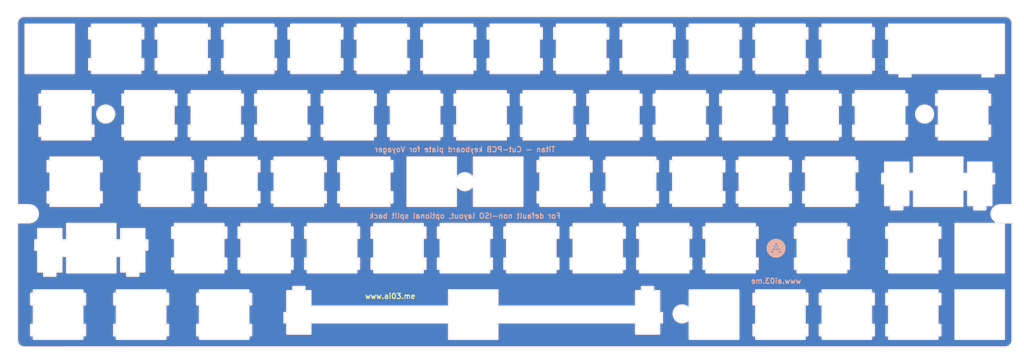
<source format=kicad_pcb>
(kicad_pcb (version 4) (host pcbnew 4.0.6)
  (layers (0 F.Cu signal) (31 B.Cu signal) (34 B.Paste user) (35 F.Paste user) (36 B.SilkS user) (37 F.SilkS user) (38 B.Mask user) (39 F.Mask user) (44 Edge.Cuts user))
  (net 0 "")
  (net 1 GND)
  (module locallib:outline (layer F.Cu) (at 157.48 76.2)
    (fp_text reference U1)
    (fp_text value Outline)
    (fp_line (start 97.155 34.925) (end 97.955 34.925) (layer Edge.Cuts) (width 0.1))
    (fp_line (start 97.155 31.8244) (end 97.155 30.8239) (layer Edge.Cuts) (width 0.1))
    (fp_line (start 97.155 30.8239) (end 83.155 30.8239) (layer Edge.Cuts) (width 0.1))
    (fp_line (start 102.205 30.8239) (end 102.205 31.8244) (layer Edge.Cuts) (width 0.1))
    (fp_line (start 97.955 31.8244) (end 97.155 31.8244) (layer Edge.Cuts) (width 0.1))
    (fp_line (start 83.155 31.8244) (end 82.355 31.8244) (layer Edge.Cuts) (width 0.1))
    (fp_line (start 97.955 40.72514) (end 97.155 40.72514) (layer Edge.Cuts) (width 0.1))
    (fp_line (start 102.205 31.8244) (end 101.405 31.8244) (layer Edge.Cuts) (width 0.1))
    (fp_line (start 61.182 40.0017) (end 61.956 40.12433) (layer Edge.Cuts) (width 0.1))
    (fp_line (start 55.424 40.12433) (end 56.248 40.12433) (layer Edge.Cuts) (width 0.1))
    (fp_line (start -44.5752 35.5245) (end -44.5752 31.0555) (layer Edge.Cuts) (width 0.1))
    (fp_line (start 97.955 34.925) (end 97.955 31.8244) (layer Edge.Cuts) (width 0.1))
    (fp_line (start 55.424 37.32416) (end 55.424 31.0555) (layer Edge.Cuts) (width 0.1))
    (fp_line (start 78.105 44.82345) (end 78.105 30.8239) (layer Edge.Cuts) (width 0.1))
    (fp_line (start 62.729 40.0017) (end 63.426 39.64755) (layer Edge.Cuts) (width 0.1))
    (fp_line (start 61.956 40.12433) (end 62.729 40.0017) (layer Edge.Cuts) (width 0.1))
    (fp_line (start 82.355 34.925) (end 83.155 34.925) (layer Edge.Cuts) (width 0.1))
    (fp_line (start 97.155 44.82345) (end 97.155 43.82437) (layer Edge.Cuts) (width 0.1))
    (fp_line (start 97.155 43.82437) (end 97.955 43.82437) (layer Edge.Cuts) (width 0.1))
    (fp_line (start 83.155 44.82345) (end 97.155 44.82345) (layer Edge.Cuts) (width 0.1))
    (fp_line (start 101.405 31.8244) (end 101.405 34.925) (layer Edge.Cuts) (width 0.1))
    (fp_line (start 101.405 34.925) (end 102.205 34.925) (layer Edge.Cuts) (width 0.1))
    (fp_line (start -4.951 30.8239) (end -4.951 35.5245) (layer Edge.Cuts) (width 0.1))
    (fp_line (start -44.5752 31.0555) (end -46.3003 31.0555) (layer Edge.Cuts) (width 0.1))
    (fp_line (start 48.674 35.5245) (end 9.05 35.5245) (layer Edge.Cuts) (width 0.1))
    (fp_line (start 56.248 40.12433) (end 56.248 37.32416) (layer Edge.Cuts) (width 0.1))
    (fp_line (start 50.399 31.0555) (end 48.674 31.0555) (layer Edge.Cuts) (width 0.1))
    (fp_line (start 53.7 29.8538) (end 50.399 29.8538) (layer Edge.Cuts) (width 0.1))
    (fp_line (start -46.3003 29.8538) (end -49.6009 29.8538) (layer Edge.Cuts) (width 0.1))
    (fp_line (start -4.951 35.5245) (end -44.5752 35.5245) (layer Edge.Cuts) (width 0.1))
    (fp_line (start -46.3003 31.0555) (end -46.3003 29.8538) (layer Edge.Cuts) (width 0.1))
    (fp_line (start 9.05 35.5245) (end 9.05 30.8239) (layer Edge.Cuts) (width 0.1))
    (fp_line (start 61.182 35.2475) (end 60.485 35.603) (layer Edge.Cuts) (width 0.1))
    (fp_line (start 59.579 36.8529) (end 59.456 37.62458) (layer Edge.Cuts) (width 0.1))
    (fp_line (start 59.456 37.62458) (end 59.579 38.39766) (layer Edge.Cuts) (width 0.1))
    (fp_line (start 59.932 39.09355) (end 60.485 39.64755) (layer Edge.Cuts) (width 0.1))
    (fp_line (start 63.426 35.603) (end 62.729 35.2475) (layer Edge.Cuts) (width 0.1))
    (fp_line (start 55.424 43.35447) (end 55.424 40.12433) (layer Edge.Cuts) (width 0.1))
    (fp_line (start 48.674 43.35447) (end 55.424 43.35447) (layer Edge.Cuts) (width 0.1))
    (fp_line (start 83.155 30.8239) (end 83.155 31.8244) (layer Edge.Cuts) (width 0.1))
    (fp_line (start 61.956 35.1248) (end 61.182 35.2475) (layer Edge.Cuts) (width 0.1))
    (fp_line (start 9.05 30.8239) (end -4.951 30.8239) (layer Edge.Cuts) (width 0.1))
    (fp_line (start 50.399 29.8538) (end 50.399 31.0555) (layer Edge.Cuts) (width 0.1))
    (fp_line (start 60.485 39.64755) (end 61.182 40.0017) (layer Edge.Cuts) (width 0.1))
    (fp_line (start 64.104 44.82345) (end 78.105 44.82345) (layer Edge.Cuts) (width 0.1))
    (fp_line (start 82.355 40.72514) (end 82.355 43.82437) (layer Edge.Cuts) (width 0.1))
    (fp_line (start 53.7 31.0555) (end 53.7 29.8538) (layer Edge.Cuts) (width 0.1))
    (fp_line (start 48.674 31.0555) (end 48.674 35.5245) (layer Edge.Cuts) (width 0.1))
    (fp_line (start 55.424 31.0555) (end 53.7 31.0555) (layer Edge.Cuts) (width 0.1))
    (fp_line (start 59.579 38.39766) (end 59.932 39.09355) (layer Edge.Cuts) (width 0.1))
    (fp_line (start 83.155 40.72514) (end 82.355 40.72514) (layer Edge.Cuts) (width 0.1))
    (fp_line (start 83.155 43.82437) (end 83.155 44.82345) (layer Edge.Cuts) (width 0.1))
    (fp_line (start 56.248 37.32416) (end 55.424 37.32416) (layer Edge.Cuts) (width 0.1))
    (fp_line (start 97.955 43.82437) (end 97.955 40.72514) (layer Edge.Cuts) (width 0.1))
    (fp_line (start 97.155 40.72514) (end 97.155 34.925) (layer Edge.Cuts) (width 0.1))
    (fp_line (start 60.485 35.603) (end 59.932 36.1556) (layer Edge.Cuts) (width 0.1))
    (fp_line (start 78.105 30.8239) (end 64.104 30.8239) (layer Edge.Cuts) (width 0.1))
    (fp_line (start 82.355 31.8244) (end 82.355 34.925) (layer Edge.Cuts) (width 0.1))
    (fp_line (start 62.729 35.2475) (end 61.956 35.1248) (layer Edge.Cuts) (width 0.1))
    (fp_line (start 48.674 40.12433) (end 48.674 43.35447) (layer Edge.Cuts) (width 0.1))
    (fp_line (start 59.932 36.1556) (end 59.579 36.8529) (layer Edge.Cuts) (width 0.1))
    (fp_line (start 83.155 34.925) (end 83.155 40.72514) (layer Edge.Cuts) (width 0.1))
    (fp_line (start 82.355 43.82437) (end 83.155 43.82437) (layer Edge.Cuts) (width 0.1))
    (fp_line (start 140.304 30.8239) (end 154.305 30.8239) (layer Edge.Cuts) (width 0.1))
    (fp_line (start 101.405 43.82437) (end 102.205 43.82437) (layer Edge.Cuts) (width 0.1))
    (fp_line (start 135.255 34.925) (end 136.054 34.925) (layer Edge.Cuts) (width 0.1))
    (fp_line (start 120.455 34.925) (end 121.254 34.925) (layer Edge.Cuts) (width 0.1))
    (fp_line (start 136.054 34.925) (end 136.054 31.8244) (layer Edge.Cuts) (width 0.1))
    (fp_line (start 135.255 43.82437) (end 136.054 43.82437) (layer Edge.Cuts) (width 0.1))
    (fp_line (start -123.58906 19.2732) (end -122.76363 19.2732) (layer Edge.Cuts) (width 0.1))
    (fp_line (start 116.205 40.72514) (end 116.205 34.925) (layer Edge.Cuts) (width 0.1))
    (fp_line (start -122.76363 19.2732) (end -122.76363 25.5433) (layer Edge.Cuts) (width 0.1))
    (fp_line (start -116.014 21.0743) (end -114.4899 21.0743) (layer Edge.Cuts) (width 0.1))
    (fp_line (start 101.405 40.72514) (end 101.405 43.82437) (layer Edge.Cuts) (width 0.1))
    (fp_line (start 136.054 43.82437) (end 136.054 40.72514) (layer Edge.Cuts) (width 0.1))
    (fp_line (start -114.4899 21.0743) (end -114.4899 25.7734) (layer Edge.Cuts) (width 0.1))
    (fp_line (start -114.4899 25.7734) (end -100.4904 25.7734) (layer Edge.Cuts) (width 0.1))
    (fp_line (start -98.9636 21.0743) (end -98.9636 25.5433) (layer Edge.Cuts) (width 0.1))
    (fp_line (start -98.9636 25.5433) (end -97.2396 25.5433) (layer Edge.Cuts) (width 0.1))
    (fp_line (start 121.254 40.72514) (end 120.455 40.72514) (layer Edge.Cuts) (width 0.1))
    (fp_line (start -97.2396 25.5433) (end -97.2396 26.7436) (layer Edge.Cuts) (width 0.1))
    (fp_line (start -97.2396 26.7436) (end -93.9392 26.7436) (layer Edge.Cuts) (width 0.1))
    (fp_line (start 135.255 44.82345) (end 135.255 43.82437) (layer Edge.Cuts) (width 0.1))
    (fp_line (start 117.004 43.82437) (end 117.004 40.72514) (layer Edge.Cuts) (width 0.1))
    (fp_line (start -114.4899 11.774) (end -114.4899 16.4745) (layer Edge.Cuts) (width 0.1))
    (fp_line (start 121.254 30.8239) (end 121.254 31.8244) (layer Edge.Cuts) (width 0.1))
    (fp_line (start -114.4899 16.4745) (end -116.014 16.4745) (layer Edge.Cuts) (width 0.1))
    (fp_line (start 117.004 31.8244) (end 116.205 31.8244) (layer Edge.Cuts) (width 0.1))
    (fp_line (start 121.254 44.82345) (end 135.255 44.82345) (layer Edge.Cuts) (width 0.1))
    (fp_line (start -117.7393 26.7436) (end -117.7393 25.5433) (layer Edge.Cuts) (width 0.1))
    (fp_line (start -100.4904 21.0743) (end -98.9636 21.0743) (layer Edge.Cuts) (width 0.1))
    (fp_line (start 116.205 43.82437) (end 117.004 43.82437) (layer Edge.Cuts) (width 0.1))
    (fp_line (start -116.014 16.4745) (end -116.014 13.2443) (layer Edge.Cuts) (width 0.1))
    (fp_line (start -122.76363 13.2443) (end -122.76363 16.4745) (layer Edge.Cuts) (width 0.1))
    (fp_line (start 121.254 31.8244) (end 120.455 31.8244) (layer Edge.Cuts) (width 0.1))
    (fp_line (start 136.054 40.72514) (end 135.255 40.72514) (layer Edge.Cuts) (width 0.1))
    (fp_line (start -121.03834 25.5433) (end -121.03834 26.7436) (layer Edge.Cuts) (width 0.1))
    (fp_line (start -116.014 25.5433) (end -116.014 21.0743) (layer Edge.Cuts) (width 0.1))
    (fp_line (start 116.205 31.8244) (end 116.205 30.8239) (layer Edge.Cuts) (width 0.1))
    (fp_line (start 154.305 44.82345) (end 140.304 44.82345) (layer Edge.Cuts) (width 0.1))
    (fp_line (start -116.014 13.2443) (end -122.76363 13.2443) (layer Edge.Cuts) (width 0.1))
    (fp_line (start -122.76363 16.4745) (end -123.58906 16.4745) (layer Edge.Cuts) (width 0.1))
    (fp_line (start 116.205 30.8239) (end 102.205 30.8239) (layer Edge.Cuts) (width 0.1))
    (fp_line (start -123.58906 16.4745) (end -123.58906 19.2732) (layer Edge.Cuts) (width 0.1))
    (fp_line (start 102.205 43.82437) (end 102.205 44.82345) (layer Edge.Cuts) (width 0.1))
    (fp_line (start 117.004 34.925) (end 117.004 31.8244) (layer Edge.Cuts) (width 0.1))
    (fp_line (start 135.255 40.72514) (end 135.255 34.925) (layer Edge.Cuts) (width 0.1))
    (fp_line (start -121.03834 26.7436) (end -117.7393 26.7436) (layer Edge.Cuts) (width 0.1))
    (fp_line (start 135.255 31.8244) (end 135.255 30.8239) (layer Edge.Cuts) (width 0.1))
    (fp_line (start 135.255 30.8239) (end 121.254 30.8239) (layer Edge.Cuts) (width 0.1))
    (fp_line (start 117.004 40.72514) (end 116.205 40.72514) (layer Edge.Cuts) (width 0.1))
    (fp_line (start 116.205 34.925) (end 117.004 34.925) (layer Edge.Cuts) (width 0.1))
    (fp_line (start 136.054 31.8244) (end 135.255 31.8244) (layer Edge.Cuts) (width 0.1))
    (fp_line (start 154.305 30.8239) (end 154.305 44.82345) (layer Edge.Cuts) (width 0.1))
    (fp_line (start -122.76363 25.5433) (end -121.03834 25.5433) (layer Edge.Cuts) (width 0.1))
    (fp_line (start -117.7393 25.5433) (end -116.014 25.5433) (layer Edge.Cuts) (width 0.1))
    (fp_line (start 120.455 31.8244) (end 120.455 34.925) (layer Edge.Cuts) (width 0.1))
    (fp_line (start -100.4904 25.7734) (end -100.4904 21.0743) (layer Edge.Cuts) (width 0.1))
    (fp_line (start 116.205 44.82345) (end 116.205 43.82437) (layer Edge.Cuts) (width 0.1))
    (fp_line (start 102.205 34.925) (end 102.205 40.72514) (layer Edge.Cuts) (width 0.1))
    (fp_line (start 102.205 44.82345) (end 116.205 44.82345) (layer Edge.Cuts) (width 0.1))
    (fp_line (start 120.455 43.82437) (end 121.254 43.82437) (layer Edge.Cuts) (width 0.1))
    (fp_line (start 121.254 34.925) (end 121.254 40.72514) (layer Edge.Cuts) (width 0.1))
    (fp_line (start 102.205 40.72514) (end 101.405 40.72514) (layer Edge.Cuts) (width 0.1))
    (fp_line (start 140.304 44.82345) (end 140.304 30.8239) (layer Edge.Cuts) (width 0.1))
    (fp_line (start 120.455 40.72514) (end 120.455 43.82437) (layer Edge.Cuts) (width 0.1))
    (fp_line (start 121.254 43.82437) (end 121.254 44.82345) (layer Edge.Cuts) (width 0.1))
    (fp_line (start -65.2815 21.6751) (end -65.2815 24.7744) (layer Edge.Cuts) (width 0.1))
    (fp_line (start -83.5321 15.8736) (end -83.5321 21.6751) (layer Edge.Cuts) (width 0.1))
    (fp_line (start -69.5314 21.6751) (end -69.5314 15.8736) (layer Edge.Cuts) (width 0.1))
    (fp_line (start -64.4821 12.7744) (end -65.2815 12.7744) (layer Edge.Cuts) (width 0.1))
    (fp_line (start -65.2815 24.7744) (end -64.4821 24.7744) (layer Edge.Cuts) (width 0.1))
    (fp_line (start -93.9392 25.5433) (end -92.214 25.5433) (layer Edge.Cuts) (width 0.1))
    (fp_line (start -64.4821 15.8736) (end -64.4821 21.6751) (layer Edge.Cuts) (width 0.1))
    (fp_line (start -84.3329 15.8736) (end -83.5321 15.8736) (layer Edge.Cuts) (width 0.1))
    (fp_line (start -64.4821 25.7734) (end -50.4814 25.7734) (layer Edge.Cuts) (width 0.1))
    (fp_line (start -68.732 24.7744) (end -68.732 21.6751) (layer Edge.Cuts) (width 0.1))
    (fp_line (start -50.4814 25.7734) (end -50.4814 24.7744) (layer Edge.Cuts) (width 0.1))
    (fp_line (start -83.5321 11.774) (end -83.5321 12.7744) (layer Edge.Cuts) (width 0.1))
    (fp_line (start -84.3329 24.7744) (end -83.5321 24.7744) (layer Edge.Cuts) (width 0.1))
    (fp_line (start -49.682 24.7744) (end -49.682 21.6751) (layer Edge.Cuts) (width 0.1))
    (fp_line (start -49.682 21.6751) (end -50.4814 21.6751) (layer Edge.Cuts) (width 0.1))
    (fp_line (start -98.9636 16.4745) (end -100.4904 16.4745) (layer Edge.Cuts) (width 0.1))
    (fp_line (start -50.4814 21.6751) (end -50.4814 15.8736) (layer Edge.Cuts) (width 0.1))
    (fp_line (start -83.5321 21.6751) (end -84.3329 21.6751) (layer Edge.Cuts) (width 0.1))
    (fp_line (start -83.5321 12.7744) (end -84.3329 12.7744) (layer Edge.Cuts) (width 0.1))
    (fp_line (start -49.682 12.7744) (end -50.4814 12.7744) (layer Edge.Cuts) (width 0.1))
    (fp_line (start -92.214 25.5433) (end -92.214 19.2732) (layer Edge.Cuts) (width 0.1))
    (fp_line (start -83.5321 24.7744) (end -83.5321 25.7734) (layer Edge.Cuts) (width 0.1))
    (fp_line (start -65.2815 12.7744) (end -65.2815 15.8736) (layer Edge.Cuts) (width 0.1))
    (fp_line (start -49.682 15.8736) (end -49.682 12.7744) (layer Edge.Cuts) (width 0.1))
    (fp_line (start -45.4321 12.7744) (end -46.2315 12.7744) (layer Edge.Cuts) (width 0.1))
    (fp_line (start -100.4904 16.4745) (end -100.4904 11.774) (layer Edge.Cuts) (width 0.1))
    (fp_line (start -46.2315 12.7744) (end -46.2315 15.8736) (layer Edge.Cuts) (width 0.1))
    (fp_line (start -83.5321 25.7734) (end -69.5314 25.7734) (layer Edge.Cuts) (width 0.1))
    (fp_line (start -46.2315 15.8736) (end -45.4321 15.8736) (layer Edge.Cuts) (width 0.1))
    (fp_line (start -45.4321 15.8736) (end -45.4321 21.6751) (layer Edge.Cuts) (width 0.1))
    (fp_line (start -69.5314 24.7744) (end -68.732 24.7744) (layer Edge.Cuts) (width 0.1))
    (fp_line (start -45.4321 21.6751) (end -46.2315 21.6751) (layer Edge.Cuts) (width 0.1))
    (fp_line (start -93.9392 26.7436) (end -93.9392 25.5433) (layer Edge.Cuts) (width 0.1))
    (fp_line (start -46.2315 21.6751) (end -46.2315 24.7744) (layer Edge.Cuts) (width 0.1))
    (fp_line (start -100.4904 11.774) (end -114.4899 11.774) (layer Edge.Cuts) (width 0.1))
    (fp_line (start -46.2315 24.7744) (end -45.4321 24.7744) (layer Edge.Cuts) (width 0.1))
    (fp_line (start -45.4321 24.7744) (end -45.4321 25.7734) (layer Edge.Cuts) (width 0.1))
    (fp_line (start -45.4321 25.7734) (end -31.4314 25.7734) (layer Edge.Cuts) (width 0.1))
    (fp_line (start -31.4314 25.7734) (end -31.4314 24.7744) (layer Edge.Cuts) (width 0.1))
    (fp_line (start -92.214 19.2732) (end -91.3885 19.2732) (layer Edge.Cuts) (width 0.1))
    (fp_line (start -92.214 16.4745) (end -92.214 13.2443) (layer Edge.Cuts) (width 0.1))
    (fp_line (start -91.3885 16.4745) (end -92.214 16.4745) (layer Edge.Cuts) (width 0.1))
    (fp_line (start -84.3329 12.7744) (end -84.3329 15.8736) (layer Edge.Cuts) (width 0.1))
    (fp_line (start -69.5314 25.7734) (end -69.5314 24.7744) (layer Edge.Cuts) (width 0.1))
    (fp_line (start -65.2815 15.8736) (end -64.4821 15.8736) (layer Edge.Cuts) (width 0.1))
    (fp_line (start -68.732 15.8736) (end -68.732 12.7744) (layer Edge.Cuts) (width 0.1))
    (fp_line (start -64.4821 24.7744) (end -64.4821 25.7734) (layer Edge.Cuts) (width 0.1))
    (fp_line (start -91.3885 19.2732) (end -91.3885 16.4745) (layer Edge.Cuts) (width 0.1))
    (fp_line (start -69.5314 15.8736) (end -68.732 15.8736) (layer Edge.Cuts) (width 0.1))
    (fp_line (start -50.4814 15.8736) (end -49.682 15.8736) (layer Edge.Cuts) (width 0.1))
    (fp_line (start -50.4814 12.7744) (end -50.4814 11.774) (layer Edge.Cuts) (width 0.1))
    (fp_line (start -69.5314 12.7744) (end -69.5314 11.774) (layer Edge.Cuts) (width 0.1))
    (fp_line (start -84.3329 21.6751) (end -84.3329 24.7744) (layer Edge.Cuts) (width 0.1))
    (fp_line (start -50.4814 11.774) (end -64.4821 11.774) (layer Edge.Cuts) (width 0.1))
    (fp_line (start -45.4321 11.774) (end -45.4321 12.7744) (layer Edge.Cuts) (width 0.1))
    (fp_line (start -50.4814 24.7744) (end -49.682 24.7744) (layer Edge.Cuts) (width 0.1))
    (fp_line (start -68.732 21.6751) (end -69.5314 21.6751) (layer Edge.Cuts) (width 0.1))
    (fp_line (start -69.5314 11.774) (end -83.5321 11.774) (layer Edge.Cuts) (width 0.1))
    (fp_line (start -68.732 12.7744) (end -69.5314 12.7744) (layer Edge.Cuts) (width 0.1))
    (fp_line (start -98.9636 13.2443) (end -98.9636 16.4745) (layer Edge.Cuts) (width 0.1))
    (fp_line (start -64.4821 11.774) (end -64.4821 12.7744) (layer Edge.Cuts) (width 0.1))
    (fp_line (start -64.4821 21.6751) (end -65.2815 21.6751) (layer Edge.Cuts) (width 0.1))
    (fp_line (start -92.214 13.2443) (end -98.9636 13.2443) (layer Edge.Cuts) (width 0.1))
    (fp_line (start 25.717 12.7744) (end 25.717 11.774) (layer Edge.Cuts) (width 0.1))
    (fp_line (start 25.717 11.774) (end 11.718 11.774) (layer Edge.Cuts) (width 0.1))
    (fp_line (start 49.818 25.7734) (end 63.819 25.7734) (layer Edge.Cuts) (width 0.1))
    (fp_line (start 44.769 24.7744) (end 45.568 24.7744) (layer Edge.Cuts) (width 0.1))
    (fp_line (start 30.768 21.6751) (end 29.967 21.6751) (layer Edge.Cuts) (width 0.1))
    (fp_line (start 45.568 12.7744) (end 44.769 12.7744) (layer Edge.Cuts) (width 0.1))
    (fp_line (start 49.818 11.774) (end 49.818 12.7744) (layer Edge.Cuts) (width 0.1))
    (fp_line (start 63.819 24.7744) (end 64.618 24.7744) (layer Edge.Cuts) (width 0.1))
    (fp_line (start 64.618 24.7744) (end 64.618 21.6751) (layer Edge.Cuts) (width 0.1))
    (fp_line (start 64.618 12.7744) (end 63.819 12.7744) (layer Edge.Cuts) (width 0.1))
    (fp_line (start 30.768 11.774) (end 30.768 12.7744) (layer Edge.Cuts) (width 0.1))
    (fp_line (start 63.819 12.7744) (end 63.819 11.774) (layer Edge.Cuts) (width 0.1))
    (fp_line (start 68.868 12.7744) (end 68.069 12.7744) (layer Edge.Cuts) (width 0.1))
    (fp_line (start 68.868 15.8736) (end 68.868 21.6751) (layer Edge.Cuts) (width 0.1))
    (fp_line (start 44.769 15.8736) (end 45.568 15.8736) (layer Edge.Cuts) (width 0.1))
    (fp_line (start 29.967 21.6751) (end 29.967 24.7744) (layer Edge.Cuts) (width 0.1))
    (fp_line (start 45.568 15.8736) (end 45.568 12.7744) (layer Edge.Cuts) (width 0.1))
    (fp_line (start 44.769 12.7744) (end 44.769 11.774) (layer Edge.Cuts) (width 0.1))
    (fp_line (start 44.769 21.6751) (end 44.769 15.8736) (layer Edge.Cuts) (width 0.1))
    (fp_line (start 45.568 24.7744) (end 45.568 21.6751) (layer Edge.Cuts) (width 0.1))
    (fp_line (start 26.518 12.7744) (end 25.717 12.7744) (layer Edge.Cuts) (width 0.1))
    (fp_line (start 49.818 15.8736) (end 49.818 21.6751) (layer Edge.Cuts) (width 0.1))
    (fp_line (start 49.019 24.7744) (end 49.818 24.7744) (layer Edge.Cuts) (width 0.1))
    (fp_line (start 68.069 21.6751) (end 68.069 24.7744) (layer Edge.Cuts) (width 0.1))
    (fp_line (start 45.568 21.6751) (end 44.769 21.6751) (layer Edge.Cuts) (width 0.1))
    (fp_line (start 49.818 21.6751) (end 49.019 21.6751) (layer Edge.Cuts) (width 0.1))
    (fp_line (start 68.868 25.7734) (end 82.867 25.7734) (layer Edge.Cuts) (width 0.1))
    (fp_line (start 82.867 24.7744) (end 83.668 24.7744) (layer Edge.Cuts) (width 0.1))
    (fp_line (start 83.668 24.7744) (end 83.668 21.6751) (layer Edge.Cuts) (width 0.1))
    (fp_line (start 83.668 21.6751) (end 82.867 21.6751) (layer Edge.Cuts) (width 0.1))
    (fp_line (start 82.867 21.6751) (end 82.867 15.8736) (layer Edge.Cuts) (width 0.1))
    (fp_line (start 44.769 11.774) (end 30.768 11.774) (layer Edge.Cuts) (width 0.1))
    (fp_line (start 63.819 11.774) (end 49.818 11.774) (layer Edge.Cuts) (width 0.1))
    (fp_line (start 25.717 15.8736) (end 26.518 15.8736) (layer Edge.Cuts) (width 0.1))
    (fp_line (start 49.019 21.6751) (end 49.019 24.7744) (layer Edge.Cuts) (width 0.1))
    (fp_line (start 64.618 21.6751) (end 63.819 21.6751) (layer Edge.Cuts) (width 0.1))
    (fp_line (start 49.818 24.7744) (end 49.818 25.7734) (layer Edge.Cuts) (width 0.1))
    (fp_line (start 44.769 25.7734) (end 44.769 24.7744) (layer Edge.Cuts) (width 0.1))
    (fp_line (start 30.768 24.7744) (end 30.768 25.7734) (layer Edge.Cuts) (width 0.1))
    (fp_line (start 30.768 15.8736) (end 30.768 21.6751) (layer Edge.Cuts) (width 0.1))
    (fp_line (start 49.818 12.7744) (end 49.019 12.7744) (layer Edge.Cuts) (width 0.1))
    (fp_line (start 49.019 15.8736) (end 49.818 15.8736) (layer Edge.Cuts) (width 0.1))
    (fp_line (start 63.819 25.7734) (end 63.819 24.7744) (layer Edge.Cuts) (width 0.1))
    (fp_line (start 63.819 21.6751) (end 63.819 15.8736) (layer Edge.Cuts) (width 0.1))
    (fp_line (start 68.868 21.6751) (end 68.069 21.6751) (layer Edge.Cuts) (width 0.1))
    (fp_line (start 63.819 15.8736) (end 64.618 15.8736) (layer Edge.Cuts) (width 0.1))
    (fp_line (start 68.868 24.7744) (end 68.868 25.7734) (layer Edge.Cuts) (width 0.1))
    (fp_line (start 82.867 25.7734) (end 82.867 24.7744) (layer Edge.Cuts) (width 0.1))
    (fp_line (start 83.668 12.7744) (end 82.867 12.7744) (layer Edge.Cuts) (width 0.1))
    (fp_line (start 30.768 12.7744) (end 29.967 12.7744) (layer Edge.Cuts) (width 0.1))
    (fp_line (start 49.019 12.7744) (end 49.019 15.8736) (layer Edge.Cuts) (width 0.1))
    (fp_line (start 26.518 15.8736) (end 26.518 12.7744) (layer Edge.Cuts) (width 0.1))
    (fp_line (start 30.768 25.7734) (end 44.769 25.7734) (layer Edge.Cuts) (width 0.1))
    (fp_line (start 64.618 15.8736) (end 64.618 12.7744) (layer Edge.Cuts) (width 0.1))
    (fp_line (start 29.967 12.7744) (end 29.967 15.8736) (layer Edge.Cuts) (width 0.1))
    (fp_line (start 68.069 24.7744) (end 68.868 24.7744) (layer Edge.Cuts) (width 0.1))
    (fp_line (start 25.717 21.6751) (end 25.717 15.8736) (layer Edge.Cuts) (width 0.1))
    (fp_line (start 68.868 11.774) (end 68.868 12.7744) (layer Edge.Cuts) (width 0.1))
    (fp_line (start 82.867 15.8736) (end 83.668 15.8736) (layer Edge.Cuts) (width 0.1))
    (fp_line (start 29.967 15.8736) (end 30.768 15.8736) (layer Edge.Cuts) (width 0.1))
    (fp_line (start 29.967 24.7744) (end 30.768 24.7744) (layer Edge.Cuts) (width 0.1))
    (fp_line (start 68.069 12.7744) (end 68.069 15.8736) (layer Edge.Cuts) (width 0.1))
    (fp_line (start 83.668 15.8736) (end 83.668 12.7744) (layer Edge.Cuts) (width 0.1))
    (fp_line (start 68.069 15.8736) (end 68.868 15.8736) (layer Edge.Cuts) (width 0.1))
    (fp_line (start -8.133 21.6751) (end -8.133 24.7744) (layer Edge.Cuts) (width 0.1))
    (fp_line (start -8.133 24.7744) (end -7.332 24.7744) (layer Edge.Cuts) (width 0.1))
    (fp_line (start -7.332 11.774) (end -7.332 12.7744) (layer Edge.Cuts) (width 0.1))
    (fp_line (start -8.133 15.8736) (end -7.332 15.8736) (layer Edge.Cuts) (width 0.1))
    (fp_line (start -12.383 11.774) (end -26.382 11.774) (layer Edge.Cuts) (width 0.1))
    (fp_line (start 10.919 24.7744) (end 11.718 24.7744) (layer Edge.Cuts) (width 0.1))
    (fp_line (start -26.382 21.6751) (end -27.181 21.6751) (layer Edge.Cuts) (width 0.1))
    (fp_line (start -31.4314 24.7744) (end -30.632 24.7744) (layer Edge.Cuts) (width 0.1))
    (fp_line (start -27.181 24.7744) (end -26.382 24.7744) (layer Edge.Cuts) (width 0.1))
    (fp_line (start -12.383 12.7744) (end -12.383 11.774) (layer Edge.Cuts) (width 0.1))
    (fp_line (start 6.669 25.7734) (end 6.669 24.7744) (layer Edge.Cuts) (width 0.1))
    (fp_line (start 10.919 15.8736) (end 11.718 15.8736) (layer Edge.Cuts) (width 0.1))
    (fp_line (start 11.718 24.7744) (end 11.718 25.7734) (layer Edge.Cuts) (width 0.1))
    (fp_line (start -26.382 12.7744) (end -27.181 12.7744) (layer Edge.Cuts) (width 0.1))
    (fp_line (start -30.632 21.6751) (end -31.4314 21.6751) (layer Edge.Cuts) (width 0.1))
    (fp_line (start -30.632 15.8736) (end -30.632 12.7744) (layer Edge.Cuts) (width 0.1))
    (fp_line (start -11.582 12.7744) (end -12.383 12.7744) (layer Edge.Cuts) (width 0.1))
    (fp_line (start 7.468 24.7744) (end 7.468 21.6751) (layer Edge.Cuts) (width 0.1))
    (fp_line (start 6.669 24.7744) (end 7.468 24.7744) (layer Edge.Cuts) (width 0.1))
    (fp_line (start -30.632 24.7744) (end -30.632 21.6751) (layer Edge.Cuts) (width 0.1))
    (fp_line (start 7.468 15.8736) (end 7.468 12.7744) (layer Edge.Cuts) (width 0.1))
    (fp_line (start 11.718 15.8736) (end 11.718 21.6751) (layer Edge.Cuts) (width 0.1))
    (fp_line (start -31.4314 21.6751) (end -31.4314 15.8736) (layer Edge.Cuts) (width 0.1))
    (fp_line (start 11.718 21.6751) (end 10.919 21.6751) (layer Edge.Cuts) (width 0.1))
    (fp_line (start 25.717 25.7734) (end 25.717 24.7744) (layer Edge.Cuts) (width 0.1))
    (fp_line (start -27.181 15.8736) (end -26.382 15.8736) (layer Edge.Cuts) (width 0.1))
    (fp_line (start -7.332 12.7744) (end -8.133 12.7744) (layer Edge.Cuts) (width 0.1))
    (fp_line (start 6.669 11.774) (end -7.332 11.774) (layer Edge.Cuts) (width 0.1))
    (fp_line (start 10.919 12.7744) (end 10.919 15.8736) (layer Edge.Cuts) (width 0.1))
    (fp_line (start -30.632 12.7744) (end -31.4314 12.7744) (layer Edge.Cuts) (width 0.1))
    (fp_line (start 11.718 25.7734) (end 25.717 25.7734) (layer Edge.Cuts) (width 0.1))
    (fp_line (start 25.717 24.7744) (end 26.518 24.7744) (layer Edge.Cuts) (width 0.1))
    (fp_line (start -31.4314 15.8736) (end -30.632 15.8736) (layer Edge.Cuts) (width 0.1))
    (fp_line (start -12.383 21.6751) (end -12.383 15.8736) (layer Edge.Cuts) (width 0.1))
    (fp_line (start 26.518 21.6751) (end 25.717 21.6751) (layer Edge.Cuts) (width 0.1))
    (fp_line (start -26.382 25.7734) (end -12.383 25.7734) (layer Edge.Cuts) (width 0.1))
    (fp_line (start -7.332 15.8736) (end -7.332 21.6751) (layer Edge.Cuts) (width 0.1))
    (fp_line (start 6.669 12.7744) (end 6.669 11.774) (layer Edge.Cuts) (width 0.1))
    (fp_line (start 6.669 21.6751) (end 6.669 15.8736) (layer Edge.Cuts) (width 0.1))
    (fp_line (start 26.518 24.7744) (end 26.518 21.6751) (layer Edge.Cuts) (width 0.1))
    (fp_line (start -31.4314 12.7744) (end -31.4314 11.774) (layer Edge.Cuts) (width 0.1))
    (fp_line (start -26.382 24.7744) (end -26.382 25.7734) (layer Edge.Cuts) (width 0.1))
    (fp_line (start -27.181 12.7744) (end -27.181 15.8736) (layer Edge.Cuts) (width 0.1))
    (fp_line (start -7.332 21.6751) (end -8.133 21.6751) (layer Edge.Cuts) (width 0.1))
    (fp_line (start -12.383 25.7734) (end -12.383 24.7744) (layer Edge.Cuts) (width 0.1))
    (fp_line (start -31.4314 11.774) (end -45.4321 11.774) (layer Edge.Cuts) (width 0.1))
    (fp_line (start -12.383 24.7744) (end -11.582 24.7744) (layer Edge.Cuts) (width 0.1))
    (fp_line (start -26.382 11.774) (end -26.382 12.7744) (layer Edge.Cuts) (width 0.1))
    (fp_line (start -12.383 15.8736) (end -11.582 15.8736) (layer Edge.Cuts) (width 0.1))
    (fp_line (start -8.133 12.7744) (end -8.133 15.8736) (layer Edge.Cuts) (width 0.1))
    (fp_line (start -7.332 25.7734) (end 6.669 25.7734) (layer Edge.Cuts) (width 0.1))
    (fp_line (start 7.468 21.6751) (end 6.669 21.6751) (layer Edge.Cuts) (width 0.1))
    (fp_line (start -11.582 24.7744) (end -11.582 21.6751) (layer Edge.Cuts) (width 0.1))
    (fp_line (start -26.382 15.8736) (end -26.382 21.6751) (layer Edge.Cuts) (width 0.1))
    (fp_line (start 6.669 15.8736) (end 7.468 15.8736) (layer Edge.Cuts) (width 0.1))
    (fp_line (start 11.718 11.774) (end 11.718 12.7744) (layer Edge.Cuts) (width 0.1))
    (fp_line (start 11.718 12.7744) (end 10.919 12.7744) (layer Edge.Cuts) (width 0.1))
    (fp_line (start -11.582 15.8736) (end -11.582 12.7744) (layer Edge.Cuts) (width 0.1))
    (fp_line (start -27.181 21.6751) (end -27.181 24.7744) (layer Edge.Cuts) (width 0.1))
    (fp_line (start 10.919 21.6751) (end 10.919 24.7744) (layer Edge.Cuts) (width 0.1))
    (fp_line (start -7.332 24.7744) (end -7.332 25.7734) (layer Edge.Cuts) (width 0.1))
    (fp_line (start 7.468 12.7744) (end 6.669 12.7744) (layer Edge.Cuts) (width 0.1))
    (fp_line (start -11.582 21.6751) (end -12.383 21.6751) (layer Edge.Cuts) (width 0.1))
    (fp_line (start 92.68 -13.3258) (end 92.68 -12.3264) (layer Edge.Cuts) (width 0.1))
    (fp_line (start 106.68 -16.4264) (end 106.68 -22.2264) (layer Edge.Cuts) (width 0.1))
    (fp_line (start 91.88 -22.2264) (end 92.68 -22.2264) (layer Edge.Cuts) (width 0.1))
    (fp_line (start 107.479 -22.2264) (end 107.479 -25.3255) (layer Edge.Cuts) (width 0.1))
    (fp_line (start 87.63 -22.2264) (end 88.43 -22.2264) (layer Edge.Cuts) (width 0.1))
    (fp_line (start 92.68 -26.326) (end 92.68 -25.3255) (layer Edge.Cuts) (width 0.1))
    (fp_line (start 107.479 -25.3255) (end 106.68 -25.3255) (layer Edge.Cuts) (width 0.1))
    (fp_line (start 106.68 -25.3255) (end 106.68 -26.326) (layer Edge.Cuts) (width 0.1))
    (fp_line (start 110.93 -13.3258) (end 111.729 -13.3258) (layer Edge.Cuts) (width 0.1))
    (fp_line (start 111.729 -12.3264) (end 125.73 -12.3264) (layer Edge.Cuts) (width 0.1))
    (fp_line (start 126.529 -13.3258) (end 126.529 -16.4264) (layer Edge.Cuts) (width 0.1))
    (fp_line (start 111.729 -26.326) (end 111.729 -25.3255) (layer Edge.Cuts) (width 0.1))
    (fp_line (start 111.729 -25.3255) (end 110.93 -25.3255) (layer Edge.Cuts) (width 0.1))
    (fp_line (start 125.73 -22.2264) (end 126.529 -22.2264) (layer Edge.Cuts) (width 0.1))
    (fp_line (start 87.63 -16.4264) (end 87.63 -22.2264) (layer Edge.Cuts) (width 0.1))
    (fp_line (start 88.43 -22.2264) (end 88.43 -25.3255) (layer Edge.Cuts) (width 0.1))
    (fp_line (start 92.68 -12.3264) (end 106.68 -12.3264) (layer Edge.Cuts) (width 0.1))
    (fp_line (start 126.529 -22.2264) (end 126.529 -25.3255) (layer Edge.Cuts) (width 0.1))
    (fp_line (start 107.479 -13.3258) (end 107.479 -16.4264) (layer Edge.Cuts) (width 0.1))
    (fp_line (start 106.68 -26.326) (end 92.68 -26.326) (layer Edge.Cuts) (width 0.1))
    (fp_line (start 91.88 -13.3258) (end 92.68 -13.3258) (layer Edge.Cuts) (width 0.1))
    (fp_line (start 92.68 -25.3255) (end 91.88 -25.3255) (layer Edge.Cuts) (width 0.1))
    (fp_line (start 87.63 -26.326) (end 73.629 -26.326) (layer Edge.Cuts) (width 0.1))
    (fp_line (start 110.93 -22.2264) (end 111.729 -22.2264) (layer Edge.Cuts) (width 0.1))
    (fp_line (start 125.73 -12.3264) (end 125.73 -13.3258) (layer Edge.Cuts) (width 0.1))
    (fp_line (start 88.43 -16.4264) (end 87.63 -16.4264) (layer Edge.Cuts) (width 0.1))
    (fp_line (start 106.68 -13.3258) (end 107.479 -13.3258) (layer Edge.Cuts) (width 0.1))
    (fp_line (start 110.93 -25.3255) (end 110.93 -22.2264) (layer Edge.Cuts) (width 0.1))
    (fp_line (start 125.73 -16.4264) (end 125.73 -22.2264) (layer Edge.Cuts) (width 0.1))
    (fp_line (start 125.73 -25.3255) (end 125.73 -26.326) (layer Edge.Cuts) (width 0.1))
    (fp_line (start 135.543 -26.326) (end 135.543 -25.3255) (layer Edge.Cuts) (width 0.1))
    (fp_line (start 88.43 -13.3258) (end 88.43 -16.4264) (layer Edge.Cuts) (width 0.1))
    (fp_line (start 87.63 -25.3255) (end 87.63 -26.326) (layer Edge.Cuts) (width 0.1))
    (fp_line (start 106.68 -12.3264) (end 106.68 -13.3258) (layer Edge.Cuts) (width 0.1))
    (fp_line (start 92.68 -22.2264) (end 92.68 -16.4264) (layer Edge.Cuts) (width 0.1))
    (fp_line (start 126.529 -16.4264) (end 125.73 -16.4264) (layer Edge.Cuts) (width 0.1))
    (fp_line (start 125.73 -26.326) (end 111.729 -26.326) (layer Edge.Cuts) (width 0.1))
    (fp_line (start 87.63 -13.3258) (end 88.43 -13.3258) (layer Edge.Cuts) (width 0.1))
    (fp_line (start 135.543 -25.3255) (end 134.742 -25.3255) (layer Edge.Cuts) (width 0.1))
    (fp_line (start 134.742 -25.3255) (end 134.742 -22.2264) (layer Edge.Cuts) (width 0.1))
    (fp_line (start 134.742 -22.2264) (end 135.543 -22.2264) (layer Edge.Cuts) (width 0.1))
    (fp_line (start 135.543 -22.2264) (end 135.543 -16.4264) (layer Edge.Cuts) (width 0.1))
    (fp_line (start 88.43 -25.3255) (end 87.63 -25.3255) (layer Edge.Cuts) (width 0.1))
    (fp_line (start 125.73 -13.3258) (end 126.529 -13.3258) (layer Edge.Cuts) (width 0.1))
    (fp_line (start 135.543 -16.4264) (end 134.742 -16.4264) (layer Edge.Cuts) (width 0.1))
    (fp_line (start 111.729 -22.2264) (end 111.729 -16.4264) (layer Edge.Cuts) (width 0.1))
    (fp_line (start 111.729 -16.4264) (end 110.93 -16.4264) (layer Edge.Cuts) (width 0.1))
    (fp_line (start 91.88 -25.3255) (end 91.88 -22.2264) (layer Edge.Cuts) (width 0.1))
    (fp_line (start 126.529 -25.3255) (end 125.73 -25.3255) (layer Edge.Cuts) (width 0.1))
    (fp_line (start 134.742 -16.4264) (end 134.742 -13.3258) (layer Edge.Cuts) (width 0.1))
    (fp_line (start 135.543 -13.3258) (end 135.543 -12.3264) (layer Edge.Cuts) (width 0.1))
    (fp_line (start 135.543 -12.3264) (end 149.542 -12.3264) (layer Edge.Cuts) (width 0.1))
    (fp_line (start 134.742 -13.3258) (end 135.543 -13.3258) (layer Edge.Cuts) (width 0.1))
    (fp_line (start 111.729 -13.3258) (end 111.729 -12.3264) (layer Edge.Cuts) (width 0.1))
    (fp_line (start 107.479 -16.4264) (end 106.68 -16.4264) (layer Edge.Cuts) (width 0.1))
    (fp_line (start 149.542 -12.3264) (end 149.542 -13.3258) (layer Edge.Cuts) (width 0.1))
    (fp_line (start 110.93 -16.4264) (end 110.93 -13.3258) (layer Edge.Cuts) (width 0.1))
    (fp_line (start 149.542 -13.3258) (end 150.343 -13.3258) (layer Edge.Cuts) (width 0.1))
    (fp_line (start 92.68 -16.4264) (end 91.88 -16.4264) (layer Edge.Cuts) (width 0.1))
    (fp_line (start 73.629 -12.3264) (end 87.63 -12.3264) (layer Edge.Cuts) (width 0.1))
    (fp_line (start 87.63 -12.3264) (end 87.63 -13.3258) (layer Edge.Cuts) (width 0.1))
    (fp_line (start 150.343 -13.3258) (end 150.343 -16.4264) (layer Edge.Cuts) (width 0.1))
    (fp_line (start 91.88 -16.4264) (end 91.88 -13.3258) (layer Edge.Cuts) (width 0.1))
    (fp_line (start 106.68 -22.2264) (end 107.479 -22.2264) (layer Edge.Cuts) (width 0.1))
    (fp_line (start -100.9672 -20.4487) (end -101.3241 -21.1448) (layer Edge.Cuts) (width 0.1))
    (fp_line (start 129.127 -18.9025) (end 129.482 -18.2065) (layer Edge.Cuts) (width 0.1))
    (fp_line (start 121.254 -44.3755) (end 120.455 -44.3755) (layer Edge.Cuts) (width 0.1))
    (fp_line (start 121.254 -35.4764) (end 120.455 -35.4764) (layer Edge.Cuts) (width 0.1))
    (fp_line (start 120.455 -35.4764) (end 120.455 -32.3758) (layer Edge.Cuts) (width 0.1))
    (fp_line (start 124.229 -31.3764) (end 124.229 -30.4062) (layer Edge.Cuts) (width 0.1))
    (fp_line (start 124.229 -30.4062) (end 127.53 -30.4062) (layer Edge.Cuts) (width 0.1))
    (fp_line (start 127.53 -31.3764) (end 148.029 -31.3764) (layer Edge.Cuts) (width 0.1))
    (fp_line (start -105.7214 -20.4487) (end -105.8441 -19.6744) (layer Edge.Cuts) (width 0.1))
    (fp_line (start 149.542 -22.2264) (end 150.343 -22.2264) (layer Edge.Cuts) (width 0.1))
    (fp_line (start 129.005 -19.6744) (end 129.127 -18.9025) (layer Edge.Cuts) (width 0.1))
    (fp_line (start 132.974 -21.6986) (end 132.277 -22.0528) (layer Edge.Cuts) (width 0.1))
    (fp_line (start -100.9672 -18.9025) (end -100.8446 -19.6744) (layer Edge.Cuts) (width 0.1))
    (fp_line (start 150.343 -16.4264) (end 149.542 -16.4264) (layer Edge.Cuts) (width 0.1))
    (fp_line (start 130.035 -21.6986) (end 129.482 -21.1448) (layer Edge.Cuts) (width 0.1))
    (fp_line (start 129.482 -18.2065) (end 130.035 -17.6526) (layer Edge.Cuts) (width 0.1))
    (fp_line (start 132.974 -17.6526) (end 133.527 -18.2065) (layer Edge.Cuts) (width 0.1))
    (fp_line (start 129.482 -21.1448) (end 129.127 -20.4487) (layer Edge.Cuts) (width 0.1))
    (fp_line (start 133.882 -18.9025) (end 134.005 -19.6744) (layer Edge.Cuts) (width 0.1))
    (fp_line (start 120.455 -32.3758) (end 121.254 -32.3758) (layer Edge.Cuts) (width 0.1))
    (fp_line (start 130.035 -17.6526) (end 130.732 -17.2984) (layer Edge.Cuts) (width 0.1))
    (fp_line (start -104.8133 -21.6986) (end -105.3673 -21.1448) (layer Edge.Cuts) (width 0.1))
    (fp_line (start -101.3241 -21.1448) (end -101.8753 -21.6986) (layer Edge.Cuts) (width 0.1))
    (fp_line (start 127.53 -30.4062) (end 127.53 -31.3764) (layer Edge.Cuts) (width 0.1))
    (fp_line (start -103.3443 -22.1752) (end -104.1174 -22.0528) (layer Edge.Cuts) (width 0.1))
    (fp_line (start 133.882 -20.4487) (end 133.527 -21.1448) (layer Edge.Cuts) (width 0.1))
    (fp_line (start 133.527 -21.1448) (end 132.974 -21.6986) (layer Edge.Cuts) (width 0.1))
    (fp_line (start 148.029 -31.3764) (end 148.029 -30.4062) (layer Edge.Cuts) (width 0.1))
    (fp_line (start 150.343 -25.3255) (end 149.542 -25.3255) (layer Edge.Cuts) (width 0.1))
    (fp_line (start 131.505 -22.1752) (end 130.732 -22.0528) (layer Edge.Cuts) (width 0.1))
    (fp_line (start 120.455 -41.2764) (end 121.254 -41.2764) (layer Edge.Cuts) (width 0.1))
    (fp_line (start 121.254 -31.3764) (end 124.229 -31.3764) (layer Edge.Cuts) (width 0.1))
    (fp_line (start 121.254 -32.3758) (end 121.254 -31.3764) (layer Edge.Cuts) (width 0.1))
    (fp_line (start 132.277 -22.0528) (end 131.505 -22.1752) (layer Edge.Cuts) (width 0.1))
    (fp_line (start -105.7214 -18.9025) (end -105.3673 -18.2065) (layer Edge.Cuts) (width 0.1))
    (fp_line (start -104.8133 -17.6526) (end -104.1174 -17.2984) (layer Edge.Cuts) (width 0.1))
    (fp_line (start 131.505 -17.1746) (end 132.277 -17.2984) (layer Edge.Cuts) (width 0.1))
    (fp_line (start 150.343 -22.2264) (end 150.343 -25.3255) (layer Edge.Cuts) (width 0.1))
    (fp_line (start 120.455 -44.3755) (end 120.455 -41.2764) (layer Edge.Cuts) (width 0.1))
    (fp_line (start 148.029 -30.4062) (end 151.33 -30.4062) (layer Edge.Cuts) (width 0.1))
    (fp_line (start 151.33 -30.4062) (end 151.33 -31.3764) (layer Edge.Cuts) (width 0.1))
    (fp_line (start 121.254 -45.376) (end 121.254 -44.3755) (layer Edge.Cuts) (width 0.1))
    (fp_line (start 149.542 -25.3255) (end 149.542 -26.326) (layer Edge.Cuts) (width 0.1))
    (fp_line (start 134.005 -19.6744) (end 133.882 -20.4487) (layer Edge.Cuts) (width 0.1))
    (fp_line (start 149.542 -16.4264) (end 149.542 -22.2264) (layer Edge.Cuts) (width 0.1))
    (fp_line (start -101.8753 -21.6986) (end -102.5712 -22.0528) (layer Edge.Cuts) (width 0.1))
    (fp_line (start -101.3241 -18.2065) (end -100.9672 -18.9025) (layer Edge.Cuts) (width 0.1))
    (fp_line (start -100.8446 -19.6744) (end -100.9672 -20.4487) (layer Edge.Cuts) (width 0.1))
    (fp_line (start 121.254 -41.2764) (end 121.254 -35.4764) (layer Edge.Cuts) (width 0.1))
    (fp_line (start -105.3673 -21.1448) (end -105.7214 -20.4487) (layer Edge.Cuts) (width 0.1))
    (fp_line (start -102.5712 -22.0528) (end -103.3443 -22.1752) (layer Edge.Cuts) (width 0.1))
    (fp_line (start 132.277 -17.2984) (end 132.974 -17.6526) (layer Edge.Cuts) (width 0.1))
    (fp_line (start 130.732 -17.2984) (end 131.505 -17.1746) (layer Edge.Cuts) (width 0.1))
    (fp_line (start -104.1174 -22.0528) (end -104.8133 -21.6986) (layer Edge.Cuts) (width 0.1))
    (fp_line (start -105.3673 -18.2065) (end -104.8133 -17.6526) (layer Edge.Cuts) (width 0.1))
    (fp_line (start -103.3443 -17.1746) (end -102.5712 -17.2984) (layer Edge.Cuts) (width 0.1))
    (fp_line (start -102.5712 -17.2984) (end -101.8753 -17.6526) (layer Edge.Cuts) (width 0.1))
    (fp_line (start 149.542 -26.326) (end 135.543 -26.326) (layer Edge.Cuts) (width 0.1))
    (fp_line (start 130.732 -22.0528) (end 130.035 -21.6986) (layer Edge.Cuts) (width 0.1))
    (fp_line (start 129.127 -20.4487) (end 129.005 -19.6744) (layer Edge.Cuts) (width 0.1))
    (fp_line (start -105.8441 -19.6744) (end -105.7214 -18.9025) (layer Edge.Cuts) (width 0.1))
    (fp_line (start 133.527 -18.2065) (end 133.882 -18.9025) (layer Edge.Cuts) (width 0.1))
    (fp_line (start -104.1174 -17.2984) (end -103.3443 -17.1746) (layer Edge.Cuts) (width 0.1))
    (fp_line (start -101.8753 -17.6526) (end -101.3241 -18.2065) (layer Edge.Cuts) (width 0.1))
    (fp_line (start -93.3453 -32.3758) (end -92.5445 -32.3758) (layer Edge.Cuts) (width 0.1))
    (fp_line (start -70.0454 -35.4764) (end -70.0454 -32.3758) (layer Edge.Cuts) (width 0.1))
    (fp_line (start -69.246 -32.3758) (end -69.246 -31.3764) (layer Edge.Cuts) (width 0.1))
    (fp_line (start -107.3448 -31.3764) (end -93.3453 -31.3764) (layer Edge.Cuts) (width 0.1))
    (fp_line (start -88.2946 -45.376) (end -88.2946 -44.3755) (layer Edge.Cuts) (width 0.1))
    (fp_line (start 151.33 -31.3764) (end 154.305 -31.3764) (layer Edge.Cuts) (width 0.1))
    (fp_line (start -88.2946 -31.3764) (end -74.2953 -31.3764) (layer Edge.Cuts) (width 0.1))
    (fp_line (start -74.2953 -32.3758) (end -73.4959 -32.3758) (layer Edge.Cuts) (width 0.1))
    (fp_line (start -107.3448 -35.4764) (end -108.1454 -35.4764) (layer Edge.Cuts) (width 0.1))
    (fp_line (start -126.39476 -31.3764) (end -126.39476 -45.376) (layer Edge.Cuts) (width 0.1))
    (fp_line (start -92.5445 -35.4764) (end -93.3453 -35.4764) (layer Edge.Cuts) (width 0.1))
    (fp_line (start -108.1454 -35.4764) (end -108.1454 -32.3758) (layer Edge.Cuts) (width 0.1))
    (fp_line (start -93.3453 -31.3764) (end -93.3453 -32.3758) (layer Edge.Cuts) (width 0.1))
    (fp_line (start -74.2953 -31.3764) (end -74.2953 -32.3758) (layer Edge.Cuts) (width 0.1))
    (fp_line (start -74.2953 -41.2764) (end -73.4959 -41.2764) (layer Edge.Cuts) (width 0.1))
    (fp_line (start -70.0454 -41.2764) (end -69.246 -41.2764) (layer Edge.Cuts) (width 0.1))
    (fp_line (start -69.246 -35.4764) (end -70.0454 -35.4764) (layer Edge.Cuts) (width 0.1))
    (fp_line (start -55.2453 -31.3764) (end -55.2453 -32.3758) (layer Edge.Cuts) (width 0.1))
    (fp_line (start -54.4445 -32.3758) (end -54.4445 -35.4764) (layer Edge.Cuts) (width 0.1))
    (fp_line (start -92.5445 -41.2764) (end -92.5445 -44.3755) (layer Edge.Cuts) (width 0.1))
    (fp_line (start -54.4445 -35.4764) (end -55.2453 -35.4764) (layer Edge.Cuts) (width 0.1))
    (fp_line (start -93.3453 -45.376) (end -107.3448 -45.376) (layer Edge.Cuts) (width 0.1))
    (fp_line (start -74.2953 -35.4764) (end -74.2953 -41.2764) (layer Edge.Cuts) (width 0.1))
    (fp_line (start -55.2453 -35.4764) (end -55.2453 -41.2764) (layer Edge.Cuts) (width 0.1))
    (fp_line (start -69.246 -31.3764) (end -55.2453 -31.3764) (layer Edge.Cuts) (width 0.1))
    (fp_line (start -55.2453 -41.2764) (end -54.4445 -41.2764) (layer Edge.Cuts) (width 0.1))
    (fp_line (start -89.0954 -44.3755) (end -89.0954 -41.2764) (layer Edge.Cuts) (width 0.1))
    (fp_line (start -88.2946 -41.2764) (end -88.2946 -35.4764) (layer Edge.Cuts) (width 0.1))
    (fp_line (start -74.2953 -45.376) (end -88.2946 -45.376) (layer Edge.Cuts) (width 0.1))
    (fp_line (start -108.1454 -41.2764) (end -107.3448 -41.2764) (layer Edge.Cuts) (width 0.1))
    (fp_line (start -93.3453 -44.3755) (end -93.3453 -45.376) (layer Edge.Cuts) (width 0.1))
    (fp_line (start -89.0954 -41.2764) (end -88.2946 -41.2764) (layer Edge.Cuts) (width 0.1))
    (fp_line (start -69.246 -45.376) (end -69.246 -44.3755) (layer Edge.Cuts) (width 0.1))
    (fp_line (start -69.246 -41.2764) (end -69.246 -35.4764) (layer Edge.Cuts) (width 0.1))
    (fp_line (start 154.305 -31.3764) (end 154.305 -45.376) (layer Edge.Cuts) (width 0.1))
    (fp_line (start -55.2453 -32.3758) (end -54.4445 -32.3758) (layer Edge.Cuts) (width 0.1))
    (fp_line (start -54.4445 -41.2764) (end -54.4445 -44.3755) (layer Edge.Cuts) (width 0.1))
    (fp_line (start -126.39476 -45.376) (end -112.3953 -45.376) (layer Edge.Cuts) (width 0.1))
    (fp_line (start -89.0954 -32.3758) (end -88.2946 -32.3758) (layer Edge.Cuts) (width 0.1))
    (fp_line (start -93.3453 -41.2764) (end -92.5445 -41.2764) (layer Edge.Cuts) (width 0.1))
    (fp_line (start -74.2953 -44.3755) (end -74.2953 -45.376) (layer Edge.Cuts) (width 0.1))
    (fp_line (start -112.3953 -31.3764) (end -126.39476 -31.3764) (layer Edge.Cuts) (width 0.1))
    (fp_line (start -107.3448 -32.3758) (end -107.3448 -31.3764) (layer Edge.Cuts) (width 0.1))
    (fp_line (start -108.1454 -44.3755) (end -108.1454 -41.2764) (layer Edge.Cuts) (width 0.1))
    (fp_line (start -108.1454 -32.3758) (end -107.3448 -32.3758) (layer Edge.Cuts) (width 0.1))
    (fp_line (start -73.4959 -35.4764) (end -74.2953 -35.4764) (layer Edge.Cuts) (width 0.1))
    (fp_line (start -69.246 -44.3755) (end -70.0454 -44.3755) (layer Edge.Cuts) (width 0.1))
    (fp_line (start -88.2946 -44.3755) (end -89.0954 -44.3755) (layer Edge.Cuts) (width 0.1))
    (fp_line (start -88.2946 -32.3758) (end -88.2946 -31.3764) (layer Edge.Cuts) (width 0.1))
    (fp_line (start -88.2946 -35.4764) (end -89.0954 -35.4764) (layer Edge.Cuts) (width 0.1))
    (fp_line (start -70.0454 -44.3755) (end -70.0454 -41.2764) (layer Edge.Cuts) (width 0.1))
    (fp_line (start -93.3453 -35.4764) (end -93.3453 -41.2764) (layer Edge.Cuts) (width 0.1))
    (fp_line (start -70.0454 -32.3758) (end -69.246 -32.3758) (layer Edge.Cuts) (width 0.1))
    (fp_line (start -107.3448 -44.3755) (end -108.1454 -44.3755) (layer Edge.Cuts) (width 0.1))
    (fp_line (start -92.5445 -44.3755) (end -93.3453 -44.3755) (layer Edge.Cuts) (width 0.1))
    (fp_line (start -112.3953 -45.376) (end -112.3953 -31.3764) (layer Edge.Cuts) (width 0.1))
    (fp_line (start 154.305 -45.376) (end 121.254 -45.376) (layer Edge.Cuts) (width 0.1))
    (fp_line (start -107.3448 -45.376) (end -107.3448 -44.3755) (layer Edge.Cuts) (width 0.1))
    (fp_line (start -89.0954 -35.4764) (end -89.0954 -32.3758) (layer Edge.Cuts) (width 0.1))
    (fp_line (start -92.5445 -32.3758) (end -92.5445 -35.4764) (layer Edge.Cuts) (width 0.1))
    (fp_line (start -73.4959 -32.3758) (end -73.4959 -35.4764) (layer Edge.Cuts) (width 0.1))
    (fp_line (start -73.4959 -44.3755) (end -74.2953 -44.3755) (layer Edge.Cuts) (width 0.1))
    (fp_line (start -73.4959 -41.2764) (end -73.4959 -44.3755) (layer Edge.Cuts) (width 0.1))
    (fp_line (start -107.3448 -41.2764) (end -107.3448 -35.4764) (layer Edge.Cuts) (width 0.1))
    (fp_line (start -16.345 -41.2764) (end -16.345 -44.3755) (layer Edge.Cuts) (width 0.1))
    (fp_line (start -50.1946 -44.3755) (end -50.9954 -44.3755) (layer Edge.Cuts) (width 0.1))
    (fp_line (start -31.1446 -31.3764) (end -17.145 -31.3764) (layer Edge.Cuts) (width 0.1))
    (fp_line (start -12.095 -45.376) (end -12.095 -44.3755) (layer Edge.Cuts) (width 0.1))
    (fp_line (start 1.905 -35.4764) (end 1.905 -41.2764) (layer Edge.Cuts) (width 0.1))
    (fp_line (start 1.905 -31.3764) (end 1.905 -32.3758) (layer Edge.Cuts) (width 0.1))
    (fp_line (start 1.905 -41.2764) (end 2.705 -41.2764) (layer Edge.Cuts) (width 0.1))
    (fp_line (start -35.3945 -32.3758) (end -35.3945 -35.4764) (layer Edge.Cuts) (width 0.1))
    (fp_line (start -12.095 -44.3755) (end -12.895 -44.3755) (layer Edge.Cuts) (width 0.1))
    (fp_line (start 2.705 -44.3755) (end 1.905 -44.3755) (layer Edge.Cuts) (width 0.1))
    (fp_line (start -17.145 -45.376) (end -31.1446 -45.376) (layer Edge.Cuts) (width 0.1))
    (fp_line (start 1.905 -44.3755) (end 1.905 -45.376) (layer Edge.Cuts) (width 0.1))
    (fp_line (start -36.1953 -44.3755) (end -36.1953 -45.376) (layer Edge.Cuts) (width 0.1))
    (fp_line (start -31.1446 -35.4764) (end -31.9454 -35.4764) (layer Edge.Cuts) (width 0.1))
    (fp_line (start -36.1953 -31.3764) (end -36.1953 -32.3758) (layer Edge.Cuts) (width 0.1))
    (fp_line (start 2.705 -41.2764) (end 2.705 -44.3755) (layer Edge.Cuts) (width 0.1))
    (fp_line (start -35.3945 -41.2764) (end -35.3945 -44.3755) (layer Edge.Cuts) (width 0.1))
    (fp_line (start 1.905 -45.376) (end -12.095 -45.376) (layer Edge.Cuts) (width 0.1))
    (fp_line (start -50.9954 -41.2764) (end -50.1946 -41.2764) (layer Edge.Cuts) (width 0.1))
    (fp_line (start -54.4445 -44.3755) (end -55.2453 -44.3755) (layer Edge.Cuts) (width 0.1))
    (fp_line (start -50.1946 -35.4764) (end -50.9954 -35.4764) (layer Edge.Cuts) (width 0.1))
    (fp_line (start -31.1446 -41.2764) (end -31.1446 -35.4764) (layer Edge.Cuts) (width 0.1))
    (fp_line (start -12.895 -41.2764) (end -12.095 -41.2764) (layer Edge.Cuts) (width 0.1))
    (fp_line (start -12.095 -41.2764) (end -12.095 -35.4764) (layer Edge.Cuts) (width 0.1))
    (fp_line (start 1.905 -32.3758) (end 2.705 -32.3758) (layer Edge.Cuts) (width 0.1))
    (fp_line (start -31.9454 -35.4764) (end -31.9454 -32.3758) (layer Edge.Cuts) (width 0.1))
    (fp_line (start -17.145 -32.3758) (end -16.345 -32.3758) (layer Edge.Cuts) (width 0.1))
    (fp_line (start -35.3945 -44.3755) (end -36.1953 -44.3755) (layer Edge.Cuts) (width 0.1))
    (fp_line (start -36.1953 -32.3758) (end -35.3945 -32.3758) (layer Edge.Cuts) (width 0.1))
    (fp_line (start -31.1446 -45.376) (end -31.1446 -44.3755) (layer Edge.Cuts) (width 0.1))
    (fp_line (start -50.1946 -45.376) (end -50.1946 -44.3755) (layer Edge.Cuts) (width 0.1))
    (fp_line (start -36.1953 -35.4764) (end -36.1953 -41.2764) (layer Edge.Cuts) (width 0.1))
    (fp_line (start -36.1953 -45.376) (end -50.1946 -45.376) (layer Edge.Cuts) (width 0.1))
    (fp_line (start -31.9454 -41.2764) (end -31.1446 -41.2764) (layer Edge.Cuts) (width 0.1))
    (fp_line (start -17.145 -31.3764) (end -17.145 -32.3758) (layer Edge.Cuts) (width 0.1))
    (fp_line (start -16.345 -35.4764) (end -17.145 -35.4764) (layer Edge.Cuts) (width 0.1))
    (fp_line (start -12.895 -44.3755) (end -12.895 -41.2764) (layer Edge.Cuts) (width 0.1))
    (fp_line (start -12.895 -35.4764) (end -12.895 -32.3758) (layer Edge.Cuts) (width 0.1))
    (fp_line (start -12.095 -31.3764) (end 1.905 -31.3764) (layer Edge.Cuts) (width 0.1))
    (fp_line (start -36.1953 -41.2764) (end -35.3945 -41.2764) (layer Edge.Cuts) (width 0.1))
    (fp_line (start -31.1446 -44.3755) (end -31.9454 -44.3755) (layer Edge.Cuts) (width 0.1))
    (fp_line (start -55.2453 -45.376) (end -69.246 -45.376) (layer Edge.Cuts) (width 0.1))
    (fp_line (start -50.9954 -35.4764) (end -50.9954 -32.3758) (layer Edge.Cuts) (width 0.1))
    (fp_line (start -31.9454 -44.3755) (end -31.9454 -41.2764) (layer Edge.Cuts) (width 0.1))
    (fp_line (start -50.1946 -32.3758) (end -50.1946 -31.3764) (layer Edge.Cuts) (width 0.1))
    (fp_line (start -31.9454 -32.3758) (end -31.1446 -32.3758) (layer Edge.Cuts) (width 0.1))
    (fp_line (start -50.1946 -41.2764) (end -50.1946 -35.4764) (layer Edge.Cuts) (width 0.1))
    (fp_line (start -50.9954 -32.3758) (end -50.1946 -32.3758) (layer Edge.Cuts) (width 0.1))
    (fp_line (start -31.1446 -32.3758) (end -31.1446 -31.3764) (layer Edge.Cuts) (width 0.1))
    (fp_line (start -16.345 -32.3758) (end -16.345 -35.4764) (layer Edge.Cuts) (width 0.1))
    (fp_line (start -50.1946 -31.3764) (end -36.1953 -31.3764) (layer Edge.Cuts) (width 0.1))
    (fp_line (start -17.145 -41.2764) (end -16.345 -41.2764) (layer Edge.Cuts) (width 0.1))
    (fp_line (start -17.145 -44.3755) (end -17.145 -45.376) (layer Edge.Cuts) (width 0.1))
    (fp_line (start -12.095 -32.3758) (end -12.095 -31.3764) (layer Edge.Cuts) (width 0.1))
    (fp_line (start -12.095 -35.4764) (end -12.895 -35.4764) (layer Edge.Cuts) (width 0.1))
    (fp_line (start 2.705 -32.3758) (end 2.705 -35.4764) (layer Edge.Cuts) (width 0.1))
    (fp_line (start 2.705 -35.4764) (end 1.905 -35.4764) (layer Edge.Cuts) (width 0.1))
    (fp_line (start -16.345 -44.3755) (end -17.145 -44.3755) (layer Edge.Cuts) (width 0.1))
    (fp_line (start -55.2453 -44.3755) (end -55.2453 -45.376) (layer Edge.Cuts) (width 0.1))
    (fp_line (start -12.895 -32.3758) (end -12.095 -32.3758) (layer Edge.Cuts) (width 0.1))
    (fp_line (start -17.145 -35.4764) (end -17.145 -41.2764) (layer Edge.Cuts) (width 0.1))
    (fp_line (start -50.9954 -44.3755) (end -50.9954 -41.2764) (layer Edge.Cuts) (width 0.1))
    (fp_line (start -35.3945 -35.4764) (end -36.1953 -35.4764) (layer Edge.Cuts) (width 0.1))
    (fp_line (start 155.942 -47.2584) (end 156.058 -47.1537) (layer Edge.Cuts) (width 0.1))
    (fp_line (start 154.799 -47.7326) (end 154.955 -47.7146) (layer Edge.Cuts) (width 0.1))
    (fp_line (start 156.638 45.34434) (end 156.619 45.50006) (layer Edge.Cuts) (width 0.1))
    (fp_line (start 156.263 46.362714) (end 156.164 46.486736) (layer Edge.Cuts) (width 0.1))
    (fp_line (start 156.164 -47.0365) (end 156.263 -46.9138) (layer Edge.Cuts) (width 0.1))
    (fp_line (start 156.058 -47.1537) (end 156.164 -47.0365) (layer Edge.Cuts) (width 0.1))
    (fp_line (start 156.643 6.4245) (end 153.142 6.4245) (layer Edge.Cuts) (width 0.1))
    (fp_line (start 151.673 6.9011) (end 151.12 7.4553) (layer Edge.Cuts) (width 0.1))
    (fp_line (start 150.766 9.6972) (end 151.12 10.3946) (layer Edge.Cuts) (width 0.1))
    (fp_line (start 151.12 10.3946) (end 151.673 10.9485) (layer Edge.Cuts) (width 0.1))
    (fp_line (start 153.142 6.4245) (end 152.369 6.5472) (layer Edge.Cuts) (width 0.1))
    (fp_line (start 151.673 10.9485) (end 152.369 11.3027) (layer Edge.Cuts) (width 0.1))
    (fp_line (start 152.369 11.3027) (end 153.142 11.4254) (layer Edge.Cuts) (width 0.1))
    (fp_line (start 156.546 45.80599) (end 156.49 45.95344) (layer Edge.Cuts) (width 0.1))
    (fp_line (start 156.348 46.2318) (end 156.263 46.362714) (layer Edge.Cuts) (width 0.1))
    (fp_line (start 156.49 45.95344) (end 156.426 46.09537) (layer Edge.Cuts) (width 0.1))
    (fp_line (start 155.942 46.707222) (end 155.818 46.806441) (layer Edge.Cuts) (width 0.1))
    (fp_line (start 155.687 46.89326) (end 155.55 46.970429) (layer Edge.Cuts) (width 0.1))
    (fp_line (start 155.262 -47.6416) (end 155.409 -47.5865) (layer Edge.Cuts) (width 0.1))
    (fp_line (start 155.55 46.970429) (end 155.409 47.035197) (layer Edge.Cuts) (width 0.1))
    (fp_line (start 156.426 -46.6467) (end 156.49 -46.5046) (layer Edge.Cuts) (width 0.1))
    (fp_line (start 155.818 -47.3576) (end 155.942 -47.2584) (layer Edge.Cuts) (width 0.1))
    (fp_line (start 156.49 -46.5046) (end 156.546 -46.3571) (layer Edge.Cuts) (width 0.1))
    (fp_line (start 152.369 6.5472) (end 151.673 6.9011) (layer Edge.Cuts) (width 0.1))
    (fp_line (start 156.058 46.602493) (end 155.942 46.707222) (layer Edge.Cuts) (width 0.1))
    (fp_line (start 155.262 47.090318) (end 155.109 47.133038) (layer Edge.Cuts) (width 0.1))
    (fp_line (start 155.109 47.133038) (end 154.955 47.163355) (layer Edge.Cuts) (width 0.1))
    (fp_line (start 150.766 8.1524) (end 150.643 8.9242) (layer Edge.Cuts) (width 0.1))
    (fp_line (start 153.142 11.4254) (end 156.643 11.4254) (layer Edge.Cuts) (width 0.1))
    (fp_line (start 156.587 45.6544) (end 156.546 45.80599) (layer Edge.Cuts) (width 0.1))
    (fp_line (start 156.587 -46.2058) (end 156.619 -46.0512) (layer Edge.Cuts) (width 0.1))
    (fp_line (start 156.426 46.09537) (end 156.348 46.2318) (layer Edge.Cuts) (width 0.1))
    (fp_line (start 155.818 46.806441) (end 155.687 46.89326) (layer Edge.Cuts) (width 0.1))
    (fp_line (start 156.619 -46.0512) (end 156.638 -45.8957) (layer Edge.Cuts) (width 0.1))
    (fp_line (start 150.643 8.9242) (end 150.766 9.6972) (layer Edge.Cuts) (width 0.1))
    (fp_line (start 155.409 47.035197) (end 155.262 47.090318) (layer Edge.Cuts) (width 0.1))
    (fp_line (start 155.55 -47.5216) (end 155.687 -47.4444) (layer Edge.Cuts) (width 0.1))
    (fp_line (start 154.955 47.163355) (end 154.799 47.181269) (layer Edge.Cuts) (width 0.1))
    (fp_line (start 154.644 47.186781) (end -126.73238 47.189537) (layer Edge.Cuts) (width 0.1))
    (fp_line (start 154.799 47.181269) (end 154.644 47.186781) (layer Edge.Cuts) (width 0.1))
    (fp_line (start 156.619 45.50006) (end 156.587 45.6544) (layer Edge.Cuts) (width 0.1))
    (fp_line (start -126.73238 47.189537) (end -126.8881 47.181269) (layer Edge.Cuts) (width 0.1))
    (fp_line (start 155.409 -47.5865) (end 155.55 -47.5216) (layer Edge.Cuts) (width 0.1))
    (fp_line (start -126.8881 47.181269) (end -127.0452 47.163355) (layer Edge.Cuts) (width 0.1))
    (fp_line (start -127.0452 47.163355) (end -127.19816 47.133038) (layer Edge.Cuts) (width 0.1))
    (fp_line (start 156.643 -45.7383) (end 156.643 6.4245) (layer Edge.Cuts) (width 0.1))
    (fp_line (start 151.12 7.4553) (end 150.766 8.1524) (layer Edge.Cuts) (width 0.1))
    (fp_line (start 156.546 -46.3571) (end 156.587 -46.2058) (layer Edge.Cuts) (width 0.1))
    (fp_line (start 156.348 -46.7829) (end 156.426 -46.6467) (layer Edge.Cuts) (width 0.1))
    (fp_line (start 155.687 -47.4444) (end 155.818 -47.3576) (layer Edge.Cuts) (width 0.1))
    (fp_line (start 156.263 -46.9138) (end 156.348 -46.7829) (layer Edge.Cuts) (width 0.1))
    (fp_line (start 156.638 -45.8957) (end 156.643 -45.7383) (layer Edge.Cuts) (width 0.1))
    (fp_line (start 156.164 46.486736) (end 156.058 46.602493) (layer Edge.Cuts) (width 0.1))
    (fp_line (start 154.644 -47.7379) (end 154.799 -47.7326) (layer Edge.Cuts) (width 0.1))
    (fp_line (start 156.643 11.4254) (end 156.643 45.18863) (layer Edge.Cuts) (width 0.1))
    (fp_line (start 154.955 -47.7146) (end 155.109 -47.6828) (layer Edge.Cuts) (width 0.1))
    (fp_line (start 156.643 45.18863) (end 156.638 45.34434) (layer Edge.Cuts) (width 0.1))
    (fp_line (start 155.109 -47.6828) (end 155.262 -47.6416) (layer Edge.Cuts) (width 0.1))
    (fp_line (start -98.6204 -16.4264) (end -98.6204 -13.3258) (layer Edge.Cuts) (width 0.1))
    (fp_line (start -60.5204 -22.2264) (end -59.7196 -22.2264) (layer Edge.Cuts) (width 0.1))
    (fp_line (start -45.7203 -16.4264) (end -45.7203 -22.2264) (layer Edge.Cuts) (width 0.1))
    (fp_line (start -45.7203 -22.2264) (end -44.9195 -22.2264) (layer Edge.Cuts) (width 0.1))
    (fp_line (start -79.5704 -22.2264) (end -78.7696 -22.2264) (layer Edge.Cuts) (width 0.1))
    (fp_line (start -45.7203 -12.3264) (end -45.7203 -13.3258) (layer Edge.Cuts) (width 0.1))
    (fp_line (start -44.9195 -25.3255) (end -45.7203 -25.3255) (layer Edge.Cuts) (width 0.1))
    (fp_line (start -45.7203 -25.3255) (end -45.7203 -26.326) (layer Edge.Cuts) (width 0.1))
    (fp_line (start -45.7203 -26.326) (end -59.7196 -26.326) (layer Edge.Cuts) (width 0.1))
    (fp_line (start -63.9695 -16.4264) (end -64.7703 -16.4264) (layer Edge.Cuts) (width 0.1))
    (fp_line (start -59.7196 -13.3258) (end -59.7196 -12.3264) (layer Edge.Cuts) (width 0.1))
    (fp_line (start -44.9195 -13.3258) (end -44.9195 -16.4264) (layer Edge.Cuts) (width 0.1))
    (fp_line (start -40.6696 -26.326) (end -40.6696 -25.3255) (layer Edge.Cuts) (width 0.1))
    (fp_line (start -79.5704 -25.3255) (end -79.5704 -22.2264) (layer Edge.Cuts) (width 0.1))
    (fp_line (start -64.7703 -25.3255) (end -64.7703 -26.326) (layer Edge.Cuts) (width 0.1))
    (fp_line (start -59.7196 -12.3264) (end -45.7203 -12.3264) (layer Edge.Cuts) (width 0.1))
    (fp_line (start -45.7203 -13.3258) (end -44.9195 -13.3258) (layer Edge.Cuts) (width 0.1))
    (fp_line (start -83.0195 -25.3255) (end -83.8203 -25.3255) (layer Edge.Cuts) (width 0.1))
    (fp_line (start -63.9695 -22.2264) (end -63.9695 -25.3255) (layer Edge.Cuts) (width 0.1))
    (fp_line (start -59.7196 -26.326) (end -59.7196 -25.3255) (layer Edge.Cuts) (width 0.1))
    (fp_line (start -59.7196 -25.3255) (end -60.5204 -25.3255) (layer Edge.Cuts) (width 0.1))
    (fp_line (start -98.6204 -13.3258) (end -97.8211 -13.3258) (layer Edge.Cuts) (width 0.1))
    (fp_line (start -59.7196 -16.4264) (end -60.5204 -16.4264) (layer Edge.Cuts) (width 0.1))
    (fp_line (start -59.7196 -22.2264) (end -59.7196 -16.4264) (layer Edge.Cuts) (width 0.1))
    (fp_line (start -60.5204 -16.4264) (end -60.5204 -13.3258) (layer Edge.Cuts) (width 0.1))
    (fp_line (start -83.0195 -16.4264) (end -83.8203 -16.4264) (layer Edge.Cuts) (width 0.1))
    (fp_line (start -97.8211 -16.4264) (end -98.6204 -16.4264) (layer Edge.Cuts) (width 0.1))
    (fp_line (start -78.7696 -13.3258) (end -78.7696 -12.3264) (layer Edge.Cuts) (width 0.1))
    (fp_line (start -64.7703 -16.4264) (end -64.7703 -22.2264) (layer Edge.Cuts) (width 0.1))
    (fp_line (start -78.7696 -16.4264) (end -79.5704 -16.4264) (layer Edge.Cuts) (width 0.1))
    (fp_line (start -107.6314 -26.326) (end -121.63227 -26.326) (layer Edge.Cuts) (width 0.1))
    (fp_line (start -98.6204 -22.2264) (end -97.8211 -22.2264) (layer Edge.Cuts) (width 0.1))
    (fp_line (start -64.7703 -22.2264) (end -63.9695 -22.2264) (layer Edge.Cuts) (width 0.1))
    (fp_line (start -78.7696 -25.3255) (end -79.5704 -25.3255) (layer Edge.Cuts) (width 0.1))
    (fp_line (start -60.5204 -25.3255) (end -60.5204 -22.2264) (layer Edge.Cuts) (width 0.1))
    (fp_line (start -44.9195 -16.4264) (end -45.7203 -16.4264) (layer Edge.Cuts) (width 0.1))
    (fp_line (start -44.9195 -22.2264) (end -44.9195 -25.3255) (layer Edge.Cuts) (width 0.1))
    (fp_line (start -97.8211 -25.3255) (end -98.6204 -25.3255) (layer Edge.Cuts) (width 0.1))
    (fp_line (start -78.7696 -22.2264) (end -78.7696 -16.4264) (layer Edge.Cuts) (width 0.1))
    (fp_line (start -106.8321 -25.3255) (end -107.6314 -25.3255) (layer Edge.Cuts) (width 0.1))
    (fp_line (start -97.8211 -22.2264) (end -97.8211 -16.4264) (layer Edge.Cuts) (width 0.1))
    (fp_line (start -79.5704 -13.3258) (end -78.7696 -13.3258) (layer Edge.Cuts) (width 0.1))
    (fp_line (start -83.8203 -13.3258) (end -83.0195 -13.3258) (layer Edge.Cuts) (width 0.1))
    (fp_line (start -83.8203 -26.326) (end -97.8211 -26.326) (layer Edge.Cuts) (width 0.1))
    (fp_line (start -64.7703 -13.3258) (end -63.9695 -13.3258) (layer Edge.Cuts) (width 0.1))
    (fp_line (start -83.0195 -13.3258) (end -83.0195 -16.4264) (layer Edge.Cuts) (width 0.1))
    (fp_line (start -78.7696 -12.3264) (end -64.7703 -12.3264) (layer Edge.Cuts) (width 0.1))
    (fp_line (start -63.9695 -13.3258) (end -63.9695 -16.4264) (layer Edge.Cuts) (width 0.1))
    (fp_line (start -78.7696 -26.326) (end -78.7696 -25.3255) (layer Edge.Cuts) (width 0.1))
    (fp_line (start -98.6204 -25.3255) (end -98.6204 -22.2264) (layer Edge.Cuts) (width 0.1))
    (fp_line (start -64.7703 -26.326) (end -78.7696 -26.326) (layer Edge.Cuts) (width 0.1))
    (fp_line (start -60.5204 -13.3258) (end -59.7196 -13.3258) (layer Edge.Cuts) (width 0.1))
    (fp_line (start -97.8211 -26.326) (end -97.8211 -25.3255) (layer Edge.Cuts) (width 0.1))
    (fp_line (start -97.8211 -12.3264) (end -83.8203 -12.3264) (layer Edge.Cuts) (width 0.1))
    (fp_line (start -83.8203 -12.3264) (end -83.8203 -13.3258) (layer Edge.Cuts) (width 0.1))
    (fp_line (start -83.8203 -22.2264) (end -83.0195 -22.2264) (layer Edge.Cuts) (width 0.1))
    (fp_line (start -97.8211 -13.3258) (end -97.8211 -12.3264) (layer Edge.Cuts) (width 0.1))
    (fp_line (start -64.7703 -12.3264) (end -64.7703 -13.3258) (layer Edge.Cuts) (width 0.1))
    (fp_line (start -107.6314 -25.3255) (end -107.6314 -26.326) (layer Edge.Cuts) (width 0.1))
    (fp_line (start -79.5704 -16.4264) (end -79.5704 -13.3258) (layer Edge.Cuts) (width 0.1))
    (fp_line (start -83.8203 -25.3255) (end -83.8203 -26.326) (layer Edge.Cuts) (width 0.1))
    (fp_line (start -83.8203 -16.4264) (end -83.8203 -22.2264) (layer Edge.Cuts) (width 0.1))
    (fp_line (start -83.0195 -22.2264) (end -83.0195 -25.3255) (layer Edge.Cuts) (width 0.1))
    (fp_line (start -63.9695 -25.3255) (end -64.7703 -25.3255) (layer Edge.Cuts) (width 0.1))
    (fp_line (start -2.57 -26.326) (end -2.57 -25.3255) (layer Edge.Cuts) (width 0.1))
    (fp_line (start -40.6696 -16.4264) (end -41.4704 -16.4264) (layer Edge.Cuts) (width 0.1))
    (fp_line (start -3.37 -25.3255) (end -3.37 -22.2264) (layer Edge.Cuts) (width 0.1))
    (fp_line (start -2.57 -22.2264) (end -2.57 -16.4264) (layer Edge.Cuts) (width 0.1))
    (fp_line (start -2.57 -16.4264) (end -3.37 -16.4264) (layer Edge.Cuts) (width 0.1))
    (fp_line (start -3.37 -22.2264) (end -2.57 -22.2264) (layer Edge.Cuts) (width 0.1))
    (fp_line (start -41.4704 -16.4264) (end -41.4704 -13.3258) (layer Edge.Cuts) (width 0.1))
    (fp_line (start -25.871 -22.2264) (end -25.871 -25.3255) (layer Edge.Cuts) (width 0.1))
    (fp_line (start -22.42 -16.4264) (end -22.42 -13.3258) (layer Edge.Cuts) (width 0.1))
    (fp_line (start -22.42 -22.2264) (end -21.621 -22.2264) (layer Edge.Cuts) (width 0.1))
    (fp_line (start -26.67 -12.3264) (end -26.67 -13.3258) (layer Edge.Cuts) (width 0.1))
    (fp_line (start -7.62 -22.2264) (end -6.82 -22.2264) (layer Edge.Cuts) (width 0.1))
    (fp_line (start -21.621 -12.3264) (end -7.62 -12.3264) (layer Edge.Cuts) (width 0.1))
    (fp_line (start -41.4704 -22.2264) (end -40.6696 -22.2264) (layer Edge.Cuts) (width 0.1))
    (fp_line (start -21.621 -25.3255) (end -22.42 -25.3255) (layer Edge.Cuts) (width 0.1))
    (fp_line (start -6.82 -13.3258) (end -6.82 -16.4264) (layer Edge.Cuts) (width 0.1))
    (fp_line (start -26.67 -26.326) (end -40.6696 -26.326) (layer Edge.Cuts) (width 0.1))
    (fp_line (start -2.57 -25.3255) (end -3.37 -25.3255) (layer Edge.Cuts) (width 0.1))
    (fp_line (start 11.43 -12.3264) (end 11.43 -13.3258) (layer Edge.Cuts) (width 0.1))
    (fp_line (start 11.43 -13.3258) (end 12.229 -13.3258) (layer Edge.Cuts) (width 0.1))
    (fp_line (start -26.67 -16.4264) (end -26.67 -22.2264) (layer Edge.Cuts) (width 0.1))
    (fp_line (start 12.229 -13.3258) (end 12.229 -16.4264) (layer Edge.Cuts) (width 0.1))
    (fp_line (start -6.82 -22.2264) (end -6.82 -25.3255) (layer Edge.Cuts) (width 0.1))
    (fp_line (start -22.42 -25.3255) (end -22.42 -22.2264) (layer Edge.Cuts) (width 0.1))
    (fp_line (start 11.43 -25.3255) (end 11.43 -26.326) (layer Edge.Cuts) (width 0.1))
    (fp_line (start -41.4704 -25.3255) (end -41.4704 -22.2264) (layer Edge.Cuts) (width 0.1))
    (fp_line (start 11.43 -26.326) (end -2.57 -26.326) (layer Edge.Cuts) (width 0.1))
    (fp_line (start 15.68 -22.2264) (end 16.479 -22.2264) (layer Edge.Cuts) (width 0.1))
    (fp_line (start -25.871 -13.3258) (end -25.871 -16.4264) (layer Edge.Cuts) (width 0.1))
    (fp_line (start -21.621 -16.4264) (end -22.42 -16.4264) (layer Edge.Cuts) (width 0.1))
    (fp_line (start -21.621 -13.3258) (end -21.621 -12.3264) (layer Edge.Cuts) (width 0.1))
    (fp_line (start -22.42 -13.3258) (end -21.621 -13.3258) (layer Edge.Cuts) (width 0.1))
    (fp_line (start -40.6696 -22.2264) (end -40.6696 -16.4264) (layer Edge.Cuts) (width 0.1))
    (fp_line (start -6.82 -25.3255) (end -7.62 -25.3255) (layer Edge.Cuts) (width 0.1))
    (fp_line (start 11.43 -16.4264) (end 11.43 -22.2264) (layer Edge.Cuts) (width 0.1))
    (fp_line (start -21.621 -22.2264) (end -21.621 -16.4264) (layer Edge.Cuts) (width 0.1))
    (fp_line (start -7.62 -16.4264) (end -7.62 -22.2264) (layer Edge.Cuts) (width 0.1))
    (fp_line (start 12.229 -16.4264) (end 11.43 -16.4264) (layer Edge.Cuts) (width 0.1))
    (fp_line (start -2.57 -12.3264) (end 11.43 -12.3264) (layer Edge.Cuts) (width 0.1))
    (fp_line (start -6.82 -16.4264) (end -7.62 -16.4264) (layer Edge.Cuts) (width 0.1))
    (fp_line (start 11.43 -22.2264) (end 12.229 -22.2264) (layer Edge.Cuts) (width 0.1))
    (fp_line (start -3.37 -13.3258) (end -2.57 -13.3258) (layer Edge.Cuts) (width 0.1))
    (fp_line (start 16.479 -25.3255) (end 15.68 -25.3255) (layer Edge.Cuts) (width 0.1))
    (fp_line (start -40.6696 -13.3258) (end -40.6696 -12.3264) (layer Edge.Cuts) (width 0.1))
    (fp_line (start 15.68 -25.3255) (end 15.68 -22.2264) (layer Edge.Cuts) (width 0.1))
    (fp_line (start -26.67 -13.3258) (end -25.871 -13.3258) (layer Edge.Cuts) (width 0.1))
    (fp_line (start -25.871 -16.4264) (end -26.67 -16.4264) (layer Edge.Cuts) (width 0.1))
    (fp_line (start -26.67 -22.2264) (end -25.871 -22.2264) (layer Edge.Cuts) (width 0.1))
    (fp_line (start -2.57 -13.3258) (end -2.57 -12.3264) (layer Edge.Cuts) (width 0.1))
    (fp_line (start 16.479 -26.326) (end 16.479 -25.3255) (layer Edge.Cuts) (width 0.1))
    (fp_line (start 16.479 -22.2264) (end 16.479 -16.4264) (layer Edge.Cuts) (width 0.1))
    (fp_line (start -7.62 -25.3255) (end -7.62 -26.326) (layer Edge.Cuts) (width 0.1))
    (fp_line (start -3.37 -16.4264) (end -3.37 -13.3258) (layer Edge.Cuts) (width 0.1))
    (fp_line (start -21.621 -26.326) (end -21.621 -25.3255) (layer Edge.Cuts) (width 0.1))
    (fp_line (start 12.229 -22.2264) (end 12.229 -25.3255) (layer Edge.Cuts) (width 0.1))
    (fp_line (start 12.229 -25.3255) (end 11.43 -25.3255) (layer Edge.Cuts) (width 0.1))
    (fp_line (start -41.4704 -13.3258) (end -40.6696 -13.3258) (layer Edge.Cuts) (width 0.1))
    (fp_line (start -40.6696 -12.3264) (end -26.67 -12.3264) (layer Edge.Cuts) (width 0.1))
    (fp_line (start -25.871 -25.3255) (end -26.67 -25.3255) (layer Edge.Cuts) (width 0.1))
    (fp_line (start -40.6696 -25.3255) (end -41.4704 -25.3255) (layer Edge.Cuts) (width 0.1))
    (fp_line (start -26.67 -25.3255) (end -26.67 -26.326) (layer Edge.Cuts) (width 0.1))
    (fp_line (start -7.62 -26.326) (end -21.621 -26.326) (layer Edge.Cuts) (width 0.1))
    (fp_line (start -7.62 -13.3258) (end -6.82 -13.3258) (layer Edge.Cuts) (width 0.1))
    (fp_line (start -7.62 -12.3264) (end -7.62 -13.3258) (layer Edge.Cuts) (width 0.1))
    (fp_line (start 31.28 -13.3258) (end 31.28 -16.4264) (layer Edge.Cuts) (width 0.1))
    (fp_line (start 69.379 -13.3258) (end 69.379 -16.4264) (layer Edge.Cuts) (width 0.1))
    (fp_line (start 68.58 -26.326) (end 54.58 -26.326) (layer Edge.Cuts) (width 0.1))
    (fp_line (start 68.58 -22.2264) (end 69.379 -22.2264) (layer Edge.Cuts) (width 0.1))
    (fp_line (start 73.629 -26.326) (end 73.629 -25.3255) (layer Edge.Cuts) (width 0.1))
    (fp_line (start 72.83 -25.3255) (end 72.83 -22.2264) (layer Edge.Cuts) (width 0.1))
    (fp_line (start 30.48 -26.326) (end 16.479 -26.326) (layer Edge.Cuts) (width 0.1))
    (fp_line (start 54.58 -26.326) (end 54.58 -25.3255) (layer Edge.Cuts) (width 0.1))
    (fp_line (start 54.58 -16.4264) (end 53.78 -16.4264) (layer Edge.Cuts) (width 0.1))
    (fp_line (start 49.53 -12.3264) (end 49.53 -13.3258) (layer Edge.Cuts) (width 0.1))
    (fp_line (start 68.58 -16.4264) (end 68.58 -22.2264) (layer Edge.Cuts) (width 0.1))
    (fp_line (start 54.58 -22.2264) (end 54.58 -16.4264) (layer Edge.Cuts) (width 0.1))
    (fp_line (start 73.629 -25.3255) (end 72.83 -25.3255) (layer Edge.Cuts) (width 0.1))
    (fp_line (start 73.629 -16.4264) (end 72.83 -16.4264) (layer Edge.Cuts) (width 0.1))
    (fp_line (start 73.629 -22.2264) (end 73.629 -16.4264) (layer Edge.Cuts) (width 0.1))
    (fp_line (start 49.53 -22.2264) (end 50.33 -22.2264) (layer Edge.Cuts) (width 0.1))
    (fp_line (start 30.48 -13.3258) (end 31.28 -13.3258) (layer Edge.Cuts) (width 0.1))
    (fp_line (start 68.58 -13.3258) (end 69.379 -13.3258) (layer Edge.Cuts) (width 0.1))
    (fp_line (start 34.73 -16.4264) (end 34.73 -13.3258) (layer Edge.Cuts) (width 0.1))
    (fp_line (start 50.33 -22.2264) (end 50.33 -25.3255) (layer Edge.Cuts) (width 0.1))
    (fp_line (start 35.53 -13.3258) (end 35.53 -12.3264) (layer Edge.Cuts) (width 0.1))
    (fp_line (start 35.53 -25.3255) (end 34.73 -25.3255) (layer Edge.Cuts) (width 0.1))
    (fp_line (start 69.379 -16.4264) (end 68.58 -16.4264) (layer Edge.Cuts) (width 0.1))
    (fp_line (start 49.53 -25.3255) (end 49.53 -26.326) (layer Edge.Cuts) (width 0.1))
    (fp_line (start 68.58 -25.3255) (end 68.58 -26.326) (layer Edge.Cuts) (width 0.1))
    (fp_line (start 69.379 -22.2264) (end 69.379 -25.3255) (layer Edge.Cuts) (width 0.1))
    (fp_line (start 35.53 -12.3264) (end 49.53 -12.3264) (layer Edge.Cuts) (width 0.1))
    (fp_line (start 53.78 -16.4264) (end 53.78 -13.3258) (layer Edge.Cuts) (width 0.1))
    (fp_line (start 34.73 -25.3255) (end 34.73 -22.2264) (layer Edge.Cuts) (width 0.1))
    (fp_line (start 53.78 -13.3258) (end 54.58 -13.3258) (layer Edge.Cuts) (width 0.1))
    (fp_line (start 31.28 -22.2264) (end 31.28 -25.3255) (layer Edge.Cuts) (width 0.1))
    (fp_line (start 31.28 -16.4264) (end 30.48 -16.4264) (layer Edge.Cuts) (width 0.1))
    (fp_line (start 50.33 -16.4264) (end 49.53 -16.4264) (layer Edge.Cuts) (width 0.1))
    (fp_line (start 49.53 -26.326) (end 35.53 -26.326) (layer Edge.Cuts) (width 0.1))
    (fp_line (start 53.78 -25.3255) (end 53.78 -22.2264) (layer Edge.Cuts) (width 0.1))
    (fp_line (start 34.73 -13.3258) (end 35.53 -13.3258) (layer Edge.Cuts) (width 0.1))
    (fp_line (start 50.33 -13.3258) (end 50.33 -16.4264) (layer Edge.Cuts) (width 0.1))
    (fp_line (start 53.78 -22.2264) (end 54.58 -22.2264) (layer Edge.Cuts) (width 0.1))
    (fp_line (start 16.479 -13.3258) (end 16.479 -12.3264) (layer Edge.Cuts) (width 0.1))
    (fp_line (start 30.48 -16.4264) (end 30.48 -22.2264) (layer Edge.Cuts) (width 0.1))
    (fp_line (start 35.53 -22.2264) (end 35.53 -16.4264) (layer Edge.Cuts) (width 0.1))
    (fp_line (start 49.53 -13.3258) (end 50.33 -13.3258) (layer Edge.Cuts) (width 0.1))
    (fp_line (start 54.58 -13.3258) (end 54.58 -12.3264) (layer Edge.Cuts) (width 0.1))
    (fp_line (start 69.379 -25.3255) (end 68.58 -25.3255) (layer Edge.Cuts) (width 0.1))
    (fp_line (start 16.479 -12.3264) (end 30.48 -12.3264) (layer Edge.Cuts) (width 0.1))
    (fp_line (start 72.83 -22.2264) (end 73.629 -22.2264) (layer Edge.Cuts) (width 0.1))
    (fp_line (start 72.83 -16.4264) (end 72.83 -13.3258) (layer Edge.Cuts) (width 0.1))
    (fp_line (start 73.629 -13.3258) (end 73.629 -12.3264) (layer Edge.Cuts) (width 0.1))
    (fp_line (start 30.48 -22.2264) (end 31.28 -22.2264) (layer Edge.Cuts) (width 0.1))
    (fp_line (start 31.28 -25.3255) (end 30.48 -25.3255) (layer Edge.Cuts) (width 0.1))
    (fp_line (start 34.73 -22.2264) (end 35.53 -22.2264) (layer Edge.Cuts) (width 0.1))
    (fp_line (start 54.58 -25.3255) (end 53.78 -25.3255) (layer Edge.Cuts) (width 0.1))
    (fp_line (start 35.53 -26.326) (end 35.53 -25.3255) (layer Edge.Cuts) (width 0.1))
    (fp_line (start 54.58 -12.3264) (end 68.58 -12.3264) (layer Edge.Cuts) (width 0.1))
    (fp_line (start 35.53 -16.4264) (end 34.73 -16.4264) (layer Edge.Cuts) (width 0.1))
    (fp_line (start 72.83 -13.3258) (end 73.629 -13.3258) (layer Edge.Cuts) (width 0.1))
    (fp_line (start 15.68 -16.4264) (end 15.68 -13.3258) (layer Edge.Cuts) (width 0.1))
    (fp_line (start 15.68 -13.3258) (end 16.479 -13.3258) (layer Edge.Cuts) (width 0.1))
    (fp_line (start 30.48 -12.3264) (end 30.48 -13.3258) (layer Edge.Cuts) (width 0.1))
    (fp_line (start 49.53 -16.4264) (end 49.53 -22.2264) (layer Edge.Cuts) (width 0.1))
    (fp_line (start 16.479 -16.4264) (end 15.68 -16.4264) (layer Edge.Cuts) (width 0.1))
    (fp_line (start 30.48 -25.3255) (end 30.48 -26.326) (layer Edge.Cuts) (width 0.1))
    (fp_line (start 50.33 -25.3255) (end 49.53 -25.3255) (layer Edge.Cuts) (width 0.1))
    (fp_line (start 68.58 -12.3264) (end 68.58 -13.3258) (layer Edge.Cuts) (width 0.1))
    (fp_line (start 112.243 2.625) (end 111.444 2.625) (layer Edge.Cuts) (width 0.1))
    (fp_line (start 77.592 5.7242) (end 78.393 5.7242) (layer Edge.Cuts) (width 0.1))
    (fp_line (start -1.117 2.1029) (end -0.344 2.2257) (layer Edge.Cuts) (width 0.1))
    (fp_line (start -0.344 2.2257) (end 0.429 2.1029) (layer Edge.Cuts) (width 0.1))
    (fp_line (start 1.125 -2.2987) (end 0.429 -2.6529) (layer Edge.Cuts) (width 0.1))
    (fp_line (start -121.63227 -26.326) (end -121.63227 -25.3255) (layer Edge.Cuts) (width 0.1))
    (fp_line (start -121.63227 -25.3255) (end -122.43153 -25.3255) (layer Edge.Cuts) (width 0.1))
    (fp_line (start -0.344 -2.7739) (end -1.117 -2.6529) (layer Edge.Cuts) (width 0.1))
    (fp_line (start -122.43153 -22.2264) (end -121.63227 -22.2264) (layer Edge.Cuts) (width 0.1))
    (fp_line (start -122.43153 -13.3258) (end -121.63227 -13.3258) (layer Edge.Cuts) (width 0.1))
    (fp_line (start -121.63227 -13.3258) (end -121.63227 -12.3264) (layer Edge.Cuts) (width 0.1))
    (fp_line (start 1.125 1.7473) (end 1.679 1.1949) (layer Edge.Cuts) (width 0.1))
    (fp_line (start 1.679 -1.7445) (end 1.125 -2.2987) (layer Edge.Cuts) (width 0.1))
    (fp_line (start -121.63227 -12.3264) (end -107.6314 -12.3264) (layer Edge.Cuts) (width 0.1))
    (fp_line (start 111.444 5.7242) (end 112.243 5.7242) (layer Edge.Cuts) (width 0.1))
    (fp_line (start 111.444 6.7247) (end 111.444 5.7242) (layer Edge.Cuts) (width 0.1))
    (fp_line (start 0.429 2.1029) (end 1.125 1.7473) (layer Edge.Cuts) (width 0.1))
    (fp_line (start -107.6314 -13.3258) (end -106.8321 -13.3258) (layer Edge.Cuts) (width 0.1))
    (fp_line (start -106.8321 -13.3258) (end -106.8321 -16.4264) (layer Edge.Cuts) (width 0.1))
    (fp_line (start 111.444 2.625) (end 111.444 -3.1764) (layer Edge.Cuts) (width 0.1))
    (fp_line (start -107.6314 -16.4264) (end -107.6314 -22.2264) (layer Edge.Cuts) (width 0.1))
    (fp_line (start -107.6314 -22.2264) (end -106.8321 -22.2264) (layer Edge.Cuts) (width 0.1))
    (fp_line (start -106.8321 -22.2264) (end -106.8321 -25.3255) (layer Edge.Cuts) (width 0.1))
    (fp_line (start -107.6314 -12.3264) (end -107.6314 -13.3258) (layer Edge.Cuts) (width 0.1))
    (fp_line (start 78.393 5.7242) (end 78.393 6.7247) (layer Edge.Cuts) (width 0.1))
    (fp_line (start -1.813 1.7473) (end -1.117 2.1029) (layer Edge.Cuts) (width 0.1))
    (fp_line (start -2.367 1.1949) (end -1.813 1.7473) (layer Edge.Cuts) (width 0.1))
    (fp_line (start 78.393 6.7247) (end 92.394 6.7247) (layer Edge.Cuts) (width 0.1))
    (fp_line (start 93.193 -6.2755) (end 92.394 -6.2755) (layer Edge.Cuts) (width 0.1))
    (fp_line (start 92.394 -7.2746) (end 78.393 -7.2746) (layer Edge.Cuts) (width 0.1))
    (fp_line (start -121.63227 -22.2264) (end -121.63227 -16.4264) (layer Edge.Cuts) (width 0.1))
    (fp_line (start -121.63227 -16.4264) (end -122.43153 -16.4264) (layer Edge.Cuts) (width 0.1))
    (fp_line (start 92.394 2.625) (end 92.394 -3.1764) (layer Edge.Cuts) (width 0.1))
    (fp_line (start 112.243 -6.2755) (end 111.444 -6.2755) (layer Edge.Cuts) (width 0.1))
    (fp_line (start -1.117 -2.6529) (end -1.813 -2.2987) (layer Edge.Cuts) (width 0.1))
    (fp_line (start -1.813 -2.2987) (end -2.367 -1.7445) (layer Edge.Cuts) (width 0.1))
    (fp_line (start 0.429 -2.6529) (end -0.344 -2.7739) (layer Edge.Cuts) (width 0.1))
    (fp_line (start 96.644 2.625) (end 96.644 5.7242) (layer Edge.Cuts) (width 0.1))
    (fp_line (start 97.443 6.7247) (end 111.444 6.7247) (layer Edge.Cuts) (width 0.1))
    (fp_line (start -122.43153 -25.3255) (end -122.43153 -22.2264) (layer Edge.Cuts) (width 0.1))
    (fp_line (start 92.394 -6.2755) (end 92.394 -7.2746) (layer Edge.Cuts) (width 0.1))
    (fp_line (start 96.644 -6.2755) (end 96.644 -3.1764) (layer Edge.Cuts) (width 0.1))
    (fp_line (start 92.394 6.7247) (end 92.394 5.7242) (layer Edge.Cuts) (width 0.1))
    (fp_line (start 92.394 5.7242) (end 93.193 5.7242) (layer Edge.Cuts) (width 0.1))
    (fp_line (start -122.43153 -16.4264) (end -122.43153 -13.3258) (layer Edge.Cuts) (width 0.1))
    (fp_line (start -106.8321 -16.4264) (end -107.6314 -16.4264) (layer Edge.Cuts) (width 0.1))
    (fp_line (start 111.444 -3.1764) (end 112.243 -3.1764) (layer Edge.Cuts) (width 0.1))
    (fp_line (start 96.644 5.7242) (end 97.443 5.7242) (layer Edge.Cuts) (width 0.1))
    (fp_line (start 112.243 -3.1764) (end 112.243 -6.2755) (layer Edge.Cuts) (width 0.1))
    (fp_line (start 97.443 -6.2755) (end 96.644 -6.2755) (layer Edge.Cuts) (width 0.1))
    (fp_line (start 93.193 5.7242) (end 93.193 2.625) (layer Edge.Cuts) (width 0.1))
    (fp_line (start 96.644 -3.1764) (end 97.443 -3.1764) (layer Edge.Cuts) (width 0.1))
    (fp_line (start 97.443 5.7242) (end 97.443 6.7247) (layer Edge.Cuts) (width 0.1))
    (fp_line (start 111.444 -6.2755) (end 111.444 -7.2746) (layer Edge.Cuts) (width 0.1))
    (fp_line (start 111.444 -7.2746) (end 97.443 -7.2746) (layer Edge.Cuts) (width 0.1))
    (fp_line (start 92.394 -3.1764) (end 93.193 -3.1764) (layer Edge.Cuts) (width 0.1))
    (fp_line (start 93.193 -3.1764) (end 93.193 -6.2755) (layer Edge.Cuts) (width 0.1))
    (fp_line (start 97.443 -7.2746) (end 97.443 -6.2755) (layer Edge.Cuts) (width 0.1))
    (fp_line (start 112.243 5.7242) (end 112.243 2.625) (layer Edge.Cuts) (width 0.1))
    (fp_line (start 97.443 -3.1764) (end 97.443 2.625) (layer Edge.Cuts) (width 0.1))
    (fp_line (start 77.592 2.625) (end 77.592 5.7242) (layer Edge.Cuts) (width 0.1))
    (fp_line (start 93.193 2.625) (end 92.394 2.625) (layer Edge.Cuts) (width 0.1))
    (fp_line (start 97.443 2.625) (end 96.644 2.625) (layer Edge.Cuts) (width 0.1))
    (fp_line (start -61.5883 31.8244) (end -62.3891 31.8244) (layer Edge.Cuts) (width 0.1))
    (fp_line (start -62.3891 44.82345) (end -62.3891 43.82437) (layer Edge.Cuts) (width 0.1))
    (fp_line (start -110.014 43.82437) (end -109.2134 43.82437) (layer Edge.Cuts) (width 0.1))
    (fp_line (start -100.2024 34.925) (end -100.2024 40.72514) (layer Edge.Cuts) (width 0.1))
    (fp_line (start -62.3891 30.8239) (end -76.3883 30.8239) (layer Edge.Cuts) (width 0.1))
    (fp_line (start -49.6009 29.8538) (end -49.6009 31.0555) (layer Edge.Cuts) (width 0.1))
    (fp_line (start -109.2134 40.72514) (end -110.014 40.72514) (layer Edge.Cuts) (width 0.1))
    (fp_line (start -109.2134 43.82437) (end -109.2134 40.72514) (layer Edge.Cuts) (width 0.1))
    (fp_line (start -76.3883 34.925) (end -76.3883 40.72514) (layer Edge.Cuts) (width 0.1))
    (fp_line (start -51.326 31.0555) (end -51.326 37.32416) (layer Edge.Cuts) (width 0.1))
    (fp_line (start -51.326 37.32416) (end -52.15 37.32416) (layer Edge.Cuts) (width 0.1))
    (fp_line (start -52.15 37.32416) (end -52.15 40.12433) (layer Edge.Cuts) (width 0.1))
    (fp_line (start -62.3891 34.925) (end -61.5883 34.925) (layer Edge.Cuts) (width 0.1))
    (fp_line (start -85.4008 31.8244) (end -86.2016 31.8244) (layer Edge.Cuts) (width 0.1))
    (fp_line (start -86.2016 30.8239) (end -100.2024 30.8239) (layer Edge.Cuts) (width 0.1))
    (fp_line (start -52.15 40.12433) (end -51.326 40.12433) (layer Edge.Cuts) (width 0.1))
    (fp_line (start -76.3883 43.82437) (end -76.3883 44.82345) (layer Edge.Cuts) (width 0.1))
    (fp_line (start -76.3883 44.82345) (end -62.3891 44.82345) (layer Edge.Cuts) (width 0.1))
    (fp_line (start -49.6009 31.0555) (end -51.326 31.0555) (layer Edge.Cuts) (width 0.1))
    (fp_line (start -51.326 40.12433) (end -51.326 43.35447) (layer Edge.Cuts) (width 0.1))
    (fp_line (start -44.5752 43.35447) (end -44.5752 40.12433) (layer Edge.Cuts) (width 0.1))
    (fp_line (start -100.2024 44.82345) (end -86.2016 44.82345) (layer Edge.Cuts) (width 0.1))
    (fp_line (start -4.951 40.12433) (end -4.951 44.82345) (layer Edge.Cuts) (width 0.1))
    (fp_line (start -85.4008 34.925) (end -85.4008 31.8244) (layer Edge.Cuts) (width 0.1))
    (fp_line (start -4.951 44.82345) (end 9.05 44.82345) (layer Edge.Cuts) (width 0.1))
    (fp_line (start -109.2134 34.925) (end -109.2134 31.8244) (layer Edge.Cuts) (width 0.1))
    (fp_line (start -100.2024 30.8239) (end -100.2024 31.8244) (layer Edge.Cuts) (width 0.1))
    (fp_line (start -86.2016 44.82345) (end -86.2016 43.82437) (layer Edge.Cuts) (width 0.1))
    (fp_line (start -62.3891 31.8244) (end -62.3891 30.8239) (layer Edge.Cuts) (width 0.1))
    (fp_line (start -51.326 43.35447) (end -44.5752 43.35447) (layer Edge.Cuts) (width 0.1))
    (fp_line (start -44.5752 40.12433) (end -4.951 40.12433) (layer Edge.Cuts) (width 0.1))
    (fp_line (start 9.05 44.82345) (end 9.05 40.12433) (layer Edge.Cuts) (width 0.1))
    (fp_line (start 9.05 40.12433) (end 48.674 40.12433) (layer Edge.Cuts) (width 0.1))
    (fp_line (start -110.014 40.72514) (end -110.014 34.925) (layer Edge.Cuts) (width 0.1))
    (fp_line (start -76.3883 31.8244) (end -77.1892 31.8244) (layer Edge.Cuts) (width 0.1))
    (fp_line (start -109.2134 31.8244) (end -110.014 31.8244) (layer Edge.Cuts) (width 0.1))
    (fp_line (start -62.3891 43.82437) (end -61.5883 43.82437) (layer Edge.Cuts) (width 0.1))
    (fp_line (start -101.0017 43.82437) (end -100.2024 43.82437) (layer Edge.Cuts) (width 0.1))
    (fp_line (start -77.1892 43.82437) (end -76.3883 43.82437) (layer Edge.Cuts) (width 0.1))
    (fp_line (start -110.014 31.8244) (end -110.014 30.8239) (layer Edge.Cuts) (width 0.1))
    (fp_line (start -86.2016 43.82437) (end -85.4008 43.82437) (layer Edge.Cuts) (width 0.1))
    (fp_line (start -101.0017 34.925) (end -100.2024 34.925) (layer Edge.Cuts) (width 0.1))
    (fp_line (start -86.2016 34.925) (end -85.4008 34.925) (layer Edge.Cuts) (width 0.1))
    (fp_line (start -100.2024 31.8244) (end -101.0017 31.8244) (layer Edge.Cuts) (width 0.1))
    (fp_line (start -110.014 30.8239) (end -124.01352 30.8239) (layer Edge.Cuts) (width 0.1))
    (fp_line (start -85.4008 43.82437) (end -85.4008 40.72514) (layer Edge.Cuts) (width 0.1))
    (fp_line (start -77.1892 31.8244) (end -77.1892 34.925) (layer Edge.Cuts) (width 0.1))
    (fp_line (start -77.1892 34.925) (end -76.3883 34.925) (layer Edge.Cuts) (width 0.1))
    (fp_line (start -61.5883 40.72514) (end -62.3891 40.72514) (layer Edge.Cuts) (width 0.1))
    (fp_line (start -86.2016 31.8244) (end -86.2016 30.8239) (layer Edge.Cuts) (width 0.1))
    (fp_line (start -76.3883 40.72514) (end -77.1892 40.72514) (layer Edge.Cuts) (width 0.1))
    (fp_line (start -110.014 34.925) (end -109.2134 34.925) (layer Edge.Cuts) (width 0.1))
    (fp_line (start -101.0017 40.72514) (end -101.0017 43.82437) (layer Edge.Cuts) (width 0.1))
    (fp_line (start -62.3891 40.72514) (end -62.3891 34.925) (layer Edge.Cuts) (width 0.1))
    (fp_line (start -100.2024 43.82437) (end -100.2024 44.82345) (layer Edge.Cuts) (width 0.1))
    (fp_line (start -85.4008 40.72514) (end -86.2016 40.72514) (layer Edge.Cuts) (width 0.1))
    (fp_line (start -100.2024 40.72514) (end -101.0017 40.72514) (layer Edge.Cuts) (width 0.1))
    (fp_line (start -101.0017 31.8244) (end -101.0017 34.925) (layer Edge.Cuts) (width 0.1))
    (fp_line (start -76.3883 30.8239) (end -76.3883 31.8244) (layer Edge.Cuts) (width 0.1))
    (fp_line (start -77.1892 40.72514) (end -77.1892 43.82437) (layer Edge.Cuts) (width 0.1))
    (fp_line (start -61.5883 34.925) (end -61.5883 31.8244) (layer Edge.Cuts) (width 0.1))
    (fp_line (start -86.2016 40.72514) (end -86.2016 34.925) (layer Edge.Cuts) (width 0.1))
    (fp_line (start -61.5883 43.82437) (end -61.5883 40.72514) (layer Edge.Cuts) (width 0.1))
    (fp_line (start 40.005 -41.2764) (end 40.805 -41.2764) (layer Edge.Cuts) (width 0.1))
    (fp_line (start 26.004 -32.3758) (end 26.004 -31.3764) (layer Edge.Cuts) (width 0.1))
    (fp_line (start 40.005 -45.376) (end 26.004 -45.376) (layer Edge.Cuts) (width 0.1))
    (fp_line (start 44.255 -41.2764) (end 45.055 -41.2764) (layer Edge.Cuts) (width 0.1))
    (fp_line (start 6.955 -31.3764) (end 20.955 -31.3764) (layer Edge.Cuts) (width 0.1))
    (fp_line (start 20.955 -35.4764) (end 20.955 -41.2764) (layer Edge.Cuts) (width 0.1))
    (fp_line (start 45.055 -41.2764) (end 45.055 -35.4764) (layer Edge.Cuts) (width 0.1))
    (fp_line (start 45.055 -35.4764) (end 44.255 -35.4764) (layer Edge.Cuts) (width 0.1))
    (fp_line (start 44.255 -35.4764) (end 44.255 -32.3758) (layer Edge.Cuts) (width 0.1))
    (fp_line (start 45.055 -31.3764) (end 59.055 -31.3764) (layer Edge.Cuts) (width 0.1))
    (fp_line (start 20.955 -45.376) (end 6.955 -45.376) (layer Edge.Cuts) (width 0.1))
    (fp_line (start 25.205 -44.3755) (end 25.205 -41.2764) (layer Edge.Cuts) (width 0.1))
    (fp_line (start 6.155 -32.3758) (end 6.955 -32.3758) (layer Edge.Cuts) (width 0.1))
    (fp_line (start 25.205 -32.3758) (end 26.004 -32.3758) (layer Edge.Cuts) (width 0.1))
    (fp_line (start 45.055 -44.3755) (end 44.255 -44.3755) (layer Edge.Cuts) (width 0.1))
    (fp_line (start 59.854 -32.3758) (end 59.854 -35.4764) (layer Edge.Cuts) (width 0.1))
    (fp_line (start 20.955 -32.3758) (end 21.754 -32.3758) (layer Edge.Cuts) (width 0.1))
    (fp_line (start 20.955 -41.2764) (end 21.754 -41.2764) (layer Edge.Cuts) (width 0.1))
    (fp_line (start 59.854 -35.4764) (end 59.055 -35.4764) (layer Edge.Cuts) (width 0.1))
    (fp_line (start 59.055 -44.3755) (end 59.055 -45.376) (layer Edge.Cuts) (width 0.1))
    (fp_line (start 6.955 -41.2764) (end 6.955 -35.4764) (layer Edge.Cuts) (width 0.1))
    (fp_line (start 6.955 -45.376) (end 6.955 -44.3755) (layer Edge.Cuts) (width 0.1))
    (fp_line (start 20.955 -44.3755) (end 20.955 -45.376) (layer Edge.Cuts) (width 0.1))
    (fp_line (start 25.205 -35.4764) (end 25.205 -32.3758) (layer Edge.Cuts) (width 0.1))
    (fp_line (start 26.004 -31.3764) (end 40.005 -31.3764) (layer Edge.Cuts) (width 0.1))
    (fp_line (start 40.805 -32.3758) (end 40.805 -35.4764) (layer Edge.Cuts) (width 0.1))
    (fp_line (start 6.955 -35.4764) (end 6.155 -35.4764) (layer Edge.Cuts) (width 0.1))
    (fp_line (start 40.805 -44.3755) (end 40.005 -44.3755) (layer Edge.Cuts) (width 0.1))
    (fp_line (start 40.005 -44.3755) (end 40.005 -45.376) (layer Edge.Cuts) (width 0.1))
    (fp_line (start 40.005 -31.3764) (end 40.005 -32.3758) (layer Edge.Cuts) (width 0.1))
    (fp_line (start 44.255 -44.3755) (end 44.255 -41.2764) (layer Edge.Cuts) (width 0.1))
    (fp_line (start 59.055 -35.4764) (end 59.055 -41.2764) (layer Edge.Cuts) (width 0.1))
    (fp_line (start 59.854 -41.2764) (end 59.854 -44.3755) (layer Edge.Cuts) (width 0.1))
    (fp_line (start 26.004 -45.376) (end 26.004 -44.3755) (layer Edge.Cuts) (width 0.1))
    (fp_line (start 59.055 -45.376) (end 45.055 -45.376) (layer Edge.Cuts) (width 0.1))
    (fp_line (start 64.104 -45.376) (end 64.104 -44.3755) (layer Edge.Cuts) (width 0.1))
    (fp_line (start 64.104 -44.3755) (end 63.305 -44.3755) (layer Edge.Cuts) (width 0.1))
    (fp_line (start 44.255 -32.3758) (end 45.055 -32.3758) (layer Edge.Cuts) (width 0.1))
    (fp_line (start 45.055 -32.3758) (end 45.055 -31.3764) (layer Edge.Cuts) (width 0.1))
    (fp_line (start 59.055 -32.3758) (end 59.854 -32.3758) (layer Edge.Cuts) (width 0.1))
    (fp_line (start 6.955 -44.3755) (end 6.155 -44.3755) (layer Edge.Cuts) (width 0.1))
    (fp_line (start 59.055 -41.2764) (end 59.854 -41.2764) (layer Edge.Cuts) (width 0.1))
    (fp_line (start 59.854 -44.3755) (end 59.055 -44.3755) (layer Edge.Cuts) (width 0.1))
    (fp_line (start 63.305 -44.3755) (end 63.305 -41.2764) (layer Edge.Cuts) (width 0.1))
    (fp_line (start 63.305 -41.2764) (end 64.104 -41.2764) (layer Edge.Cuts) (width 0.1))
    (fp_line (start 21.754 -41.2764) (end 21.754 -44.3755) (layer Edge.Cuts) (width 0.1))
    (fp_line (start 45.055 -45.376) (end 45.055 -44.3755) (layer Edge.Cuts) (width 0.1))
    (fp_line (start 6.155 -41.2764) (end 6.955 -41.2764) (layer Edge.Cuts) (width 0.1))
    (fp_line (start 59.055 -31.3764) (end 59.055 -32.3758) (layer Edge.Cuts) (width 0.1))
    (fp_line (start 40.805 -41.2764) (end 40.805 -44.3755) (layer Edge.Cuts) (width 0.1))
    (fp_line (start 40.805 -35.4764) (end 40.005 -35.4764) (layer Edge.Cuts) (width 0.1))
    (fp_line (start 21.754 -32.3758) (end 21.754 -35.4764) (layer Edge.Cuts) (width 0.1))
    (fp_line (start 6.155 -44.3755) (end 6.155 -41.2764) (layer Edge.Cuts) (width 0.1))
    (fp_line (start 6.955 -32.3758) (end 6.955 -31.3764) (layer Edge.Cuts) (width 0.1))
    (fp_line (start 20.955 -31.3764) (end 20.955 -32.3758) (layer Edge.Cuts) (width 0.1))
    (fp_line (start 21.754 -44.3755) (end 20.955 -44.3755) (layer Edge.Cuts) (width 0.1))
    (fp_line (start 26.004 -41.2764) (end 26.004 -35.4764) (layer Edge.Cuts) (width 0.1))
    (fp_line (start 26.004 -35.4764) (end 25.205 -35.4764) (layer Edge.Cuts) (width 0.1))
    (fp_line (start 21.754 -35.4764) (end 20.955 -35.4764) (layer Edge.Cuts) (width 0.1))
    (fp_line (start 6.155 -35.4764) (end 6.155 -32.3758) (layer Edge.Cuts) (width 0.1))
    (fp_line (start 25.205 -41.2764) (end 26.004 -41.2764) (layer Edge.Cuts) (width 0.1))
    (fp_line (start 40.005 -32.3758) (end 40.805 -32.3758) (layer Edge.Cuts) (width 0.1))
    (fp_line (start 26.004 -44.3755) (end 25.205 -44.3755) (layer Edge.Cuts) (width 0.1))
    (fp_line (start 40.005 -35.4764) (end 40.005 -41.2764) (layer Edge.Cuts) (width 0.1))
    (fp_line (start 102.205 -31.3764) (end 116.205 -31.3764) (layer Edge.Cuts) (width 0.1))
    (fp_line (start 78.905 -32.3758) (end 78.905 -35.4764) (layer Edge.Cuts) (width 0.1))
    (fp_line (start 101.405 -32.3758) (end 102.205 -32.3758) (layer Edge.Cuts) (width 0.1))
    (fp_line (start 1.679 -1.7445) (end 2.193 -1.7445) (layer Edge.Cuts) (width 0.1))
    (fp_line (start 97.955 -41.2764) (end 97.955 -44.3755) (layer Edge.Cuts) (width 0.1))
    (fp_line (start 83.155 -45.376) (end 83.155 -44.3755) (layer Edge.Cuts) (width 0.1))
    (fp_line (start 97.955 -44.3755) (end 97.155 -44.3755) (layer Edge.Cuts) (width 0.1))
    (fp_line (start 102.205 -35.4764) (end 101.405 -35.4764) (layer Edge.Cuts) (width 0.1))
    (fp_line (start 2.193 1.1949) (end 2.193 6.7247) (layer Edge.Cuts) (width 0.1))
    (fp_line (start 78.105 -41.2764) (end 78.905 -41.2764) (layer Edge.Cuts) (width 0.1))
    (fp_line (start 78.105 -44.3755) (end 78.105 -45.376) (layer Edge.Cuts) (width 0.1))
    (fp_line (start 82.355 -41.2764) (end 83.155 -41.2764) (layer Edge.Cuts) (width 0.1))
    (fp_line (start 64.104 -41.2764) (end 64.104 -35.4764) (layer Edge.Cuts) (width 0.1))
    (fp_line (start 78.105 -31.3764) (end 78.105 -32.3758) (layer Edge.Cuts) (width 0.1))
    (fp_line (start 78.105 -32.3758) (end 78.905 -32.3758) (layer Edge.Cuts) (width 0.1))
    (fp_line (start 78.905 -41.2764) (end 78.905 -44.3755) (layer Edge.Cuts) (width 0.1))
    (fp_line (start 83.155 -41.2764) (end 83.155 -35.4764) (layer Edge.Cuts) (width 0.1))
    (fp_line (start 97.955 -32.3758) (end 97.955 -35.4764) (layer Edge.Cuts) (width 0.1))
    (fp_line (start 97.155 -44.3755) (end 97.155 -45.376) (layer Edge.Cuts) (width 0.1))
    (fp_line (start 83.155 -44.3755) (end 82.355 -44.3755) (layer Edge.Cuts) (width 0.1))
    (fp_line (start 102.205 -45.376) (end 102.205 -44.3755) (layer Edge.Cuts) (width 0.1))
    (fp_line (start 116.205 -35.4764) (end 116.205 -41.2764) (layer Edge.Cuts) (width 0.1))
    (fp_line (start 117.004 -44.3755) (end 116.205 -44.3755) (layer Edge.Cuts) (width 0.1))
    (fp_line (start 97.955 -35.4764) (end 97.155 -35.4764) (layer Edge.Cuts) (width 0.1))
    (fp_line (start 116.205 -31.3764) (end 116.205 -32.3758) (layer Edge.Cuts) (width 0.1))
    (fp_line (start 116.205 -32.3758) (end 117.004 -32.3758) (layer Edge.Cuts) (width 0.1))
    (fp_line (start 78.905 -35.4764) (end 78.105 -35.4764) (layer Edge.Cuts) (width 0.1))
    (fp_line (start 83.155 -35.4764) (end 82.355 -35.4764) (layer Edge.Cuts) (width 0.1))
    (fp_line (start 97.155 -31.3764) (end 97.155 -32.3758) (layer Edge.Cuts) (width 0.1))
    (fp_line (start 83.155 -32.3758) (end 83.155 -31.3764) (layer Edge.Cuts) (width 0.1))
    (fp_line (start 102.205 -32.3758) (end 102.205 -31.3764) (layer Edge.Cuts) (width 0.1))
    (fp_line (start 102.205 -41.2764) (end 102.205 -35.4764) (layer Edge.Cuts) (width 0.1))
    (fp_line (start 78.905 -44.3755) (end 78.105 -44.3755) (layer Edge.Cuts) (width 0.1))
    (fp_line (start 117.004 -32.3758) (end 117.004 -35.4764) (layer Edge.Cuts) (width 0.1))
    (fp_line (start 117.004 -35.4764) (end 116.205 -35.4764) (layer Edge.Cuts) (width 0.1))
    (fp_line (start 78.105 -35.4764) (end 78.105 -41.2764) (layer Edge.Cuts) (width 0.1))
    (fp_line (start 97.155 -35.4764) (end 97.155 -41.2764) (layer Edge.Cuts) (width 0.1))
    (fp_line (start 116.205 -41.2764) (end 117.004 -41.2764) (layer Edge.Cuts) (width 0.1))
    (fp_line (start 117.004 -41.2764) (end 117.004 -44.3755) (layer Edge.Cuts) (width 0.1))
    (fp_line (start 116.205 -44.3755) (end 116.205 -45.376) (layer Edge.Cuts) (width 0.1))
    (fp_line (start 116.205 -45.376) (end 102.205 -45.376) (layer Edge.Cuts) (width 0.1))
    (fp_line (start 101.405 -35.4764) (end 101.405 -32.3758) (layer Edge.Cuts) (width 0.1))
    (fp_line (start -2.367 -1.7445) (end -2.856 -1.7445) (layer Edge.Cuts) (width 0.1))
    (fp_line (start 64.104 -35.4764) (end 63.305 -35.4764) (layer Edge.Cuts) (width 0.1))
    (fp_line (start 97.155 -32.3758) (end 97.955 -32.3758) (layer Edge.Cuts) (width 0.1))
    (fp_line (start 78.105 -45.376) (end 64.104 -45.376) (layer Edge.Cuts) (width 0.1))
    (fp_line (start 97.155 -45.376) (end 83.155 -45.376) (layer Edge.Cuts) (width 0.1))
    (fp_line (start 82.355 -35.4764) (end 82.355 -32.3758) (layer Edge.Cuts) (width 0.1))
    (fp_line (start 82.355 -44.3755) (end 82.355 -41.2764) (layer Edge.Cuts) (width 0.1))
    (fp_line (start 83.155 -31.3764) (end 97.155 -31.3764) (layer Edge.Cuts) (width 0.1))
    (fp_line (start 102.205 -44.3755) (end 101.405 -44.3755) (layer Edge.Cuts) (width 0.1))
    (fp_line (start -2.367 1.1949) (end -2.856 1.1949) (layer Edge.Cuts) (width 0.1))
    (fp_line (start 1.679 1.1949) (end 2.193 1.1949) (layer Edge.Cuts) (width 0.1))
    (fp_line (start 64.104 -32.3758) (end 64.104 -31.3764) (layer Edge.Cuts) (width 0.1))
    (fp_line (start 64.104 -31.3764) (end 78.105 -31.3764) (layer Edge.Cuts) (width 0.1))
    (fp_line (start -2.856 -1.7445) (end -2.856 -7.2746) (layer Edge.Cuts) (width 0.1))
    (fp_line (start 101.405 -41.2764) (end 102.205 -41.2764) (layer Edge.Cuts) (width 0.1))
    (fp_line (start 63.305 -32.3758) (end 64.104 -32.3758) (layer Edge.Cuts) (width 0.1))
    (fp_line (start -2.856 6.7247) (end -2.856 1.1949) (layer Edge.Cuts) (width 0.1))
    (fp_line (start 82.355 -32.3758) (end 83.155 -32.3758) (layer Edge.Cuts) (width 0.1))
    (fp_line (start 101.405 -44.3755) (end 101.405 -41.2764) (layer Edge.Cuts) (width 0.1))
    (fp_line (start 97.155 -41.2764) (end 97.955 -41.2764) (layer Edge.Cuts) (width 0.1))
    (fp_line (start 63.305 -35.4764) (end 63.305 -32.3758) (layer Edge.Cuts) (width 0.1))
    (fp_line (start 2.193 -7.2746) (end 2.193 -1.7445) (layer Edge.Cuts) (width 0.1))
    (fp_line (start 63.426 35.603) (end 64.104 35.603) (layer Edge.Cuts) (width 0.1))
    (fp_line (start 64.104 39.64755) (end 64.104 44.82345) (layer Edge.Cuts) (width 0.1))
    (fp_line (start 63.426 39.64755) (end 64.104 39.64755) (layer Edge.Cuts) (width 0.1))
    (fp_line (start 64.104 35.603) (end 64.104 30.8239) (layer Edge.Cuts) (width 0.1))
    (fp_line (start -126.73238 -47.7393) (end 154.644 -47.7379) (layer Edge.Cuts) (width 0.1))
    (fp_line (start -127.19816 47.133038) (end -127.35112 47.090318) (layer Edge.Cuts) (width 0.1))
    (fp_line (start -124.45862 11.3027) (end -123.7627 10.9485) (layer Edge.Cuts) (width 0.1))
    (fp_line (start -127.35112 47.090318) (end -127.49719 47.035197) (layer Edge.Cuts) (width 0.1))
    (fp_line (start -123.21011 7.4553) (end -123.7627 6.9011) (layer Edge.Cuts) (width 0.1))
    (fp_line (start -128.733293 6.4245) (end -128.731915 -45.7383) (layer Edge.Cuts) (width 0.1))
    (fp_line (start -128.252357 46.486736) (end -128.3502 46.362714) (layer Edge.Cuts) (width 0.1))
    (fp_line (start -128.707111 -46.0512) (end -128.676794 -46.2058) (layer Edge.Cuts) (width 0.1))
    (fp_line (start -128.634075 -46.3571) (end -128.580331 -46.5046) (layer Edge.Cuts) (width 0.1))
    (fp_line (start -123.21011 10.3946) (end -122.85458 9.6972) (layer Edge.Cuts) (width 0.1))
    (fp_line (start -127.907848 -47.3576) (end -127.77694 -47.4444) (layer Edge.Cuts) (width 0.1))
    (fp_line (start -128.676794 45.6544) (end -128.707111 45.50006) (layer Edge.Cuts) (width 0.1))
    (fp_line (start -124.01352 31.8244) (end -124.81415 31.8244) (layer Edge.Cuts) (width 0.1))
    (fp_line (start -128.726403 -45.8957) (end -128.707111 -46.0512) (layer Edge.Cuts) (width 0.1))
    (fp_line (start -128.514185 46.09537) (end -128.580331 45.95344) (layer Edge.Cuts) (width 0.1))
    (fp_line (start -124.01352 34.925) (end -124.01352 40.72514) (layer Edge.Cuts) (width 0.1))
    (fp_line (start -124.01352 40.72514) (end -124.81415 40.72514) (layer Edge.Cuts) (width 0.1))
    (fp_line (start -124.81415 40.72514) (end -124.81415 43.82437) (layer Edge.Cuts) (width 0.1))
    (fp_line (start -128.146248 -47.1537) (end -128.030495 -47.2584) (layer Edge.Cuts) (width 0.1))
    (fp_line (start -124.01352 43.82437) (end -124.01352 44.82345) (layer Edge.Cuts) (width 0.1))
    (fp_line (start -124.01352 44.82345) (end -110.014 44.82345) (layer Edge.Cuts) (width 0.1))
    (fp_line (start -128.252357 -47.0365) (end -128.146248 -47.1537) (layer Edge.Cuts) (width 0.1))
    (fp_line (start -123.7627 10.9485) (end -123.21011 10.3946) (layer Edge.Cuts) (width 0.1))
    (fp_line (start -127.0452 -47.7146) (end -126.8881 -47.7326) (layer Edge.Cuts) (width 0.1))
    (fp_line (start -126.8881 -47.7326) (end -126.73238 -47.7393) (layer Edge.Cuts) (width 0.1))
    (fp_line (start -128.030495 -47.2584) (end -127.907848 -47.3576) (layer Edge.Cuts) (width 0.1))
    (fp_line (start -110.014 44.82345) (end -110.014 43.82437) (layer Edge.Cuts) (width 0.1))
    (fp_line (start -128.707111 45.50006) (end -128.726403 45.34434) (layer Edge.Cuts) (width 0.1))
    (fp_line (start -125.23032 6.4245) (end -128.733293 6.4245) (layer Edge.Cuts) (width 0.1))
    (fp_line (start -124.81415 43.82437) (end -124.01352 43.82437) (layer Edge.Cuts) (width 0.1))
    (fp_line (start -127.907848 46.806441) (end -128.030495 46.707222) (layer Edge.Cuts) (width 0.1))
    (fp_line (start -128.634075 45.80599) (end -128.676794 45.6544) (layer Edge.Cuts) (width 0.1))
    (fp_line (start -128.726403 45.34434) (end -128.733293 45.18863) (layer Edge.Cuts) (width 0.1))
    (fp_line (start -128.731915 -45.7383) (end -128.726403 -45.8957) (layer Edge.Cuts) (width 0.1))
    (fp_line (start -122.73195 8.9257) (end -122.85458 8.1524) (layer Edge.Cuts) (width 0.1))
    (fp_line (start -128.030495 46.707222) (end -128.146248 46.602493) (layer Edge.Cuts) (width 0.1))
    (fp_line (start -128.676794 -46.2058) (end -128.634075 -46.3571) (layer Edge.Cuts) (width 0.1))
    (fp_line (start -128.438394 -46.7829) (end -128.3502 -46.9138) (layer Edge.Cuts) (width 0.1))
    (fp_line (start -127.63913 46.970429) (end -127.77694 46.89326) (layer Edge.Cuts) (width 0.1))
    (fp_line (start -128.438394 46.2318) (end -128.514185 46.09537) (layer Edge.Cuts) (width 0.1))
    (fp_line (start -122.85458 9.6972) (end -122.73195 8.9257) (layer Edge.Cuts) (width 0.1))
    (fp_line (start -128.3502 -46.9138) (end -128.252357 -47.0365) (layer Edge.Cuts) (width 0.1))
    (fp_line (start -127.77694 -47.4444) (end -127.63913 -47.5216) (layer Edge.Cuts) (width 0.1))
    (fp_line (start -127.77694 46.89326) (end -127.907848 46.806441) (layer Edge.Cuts) (width 0.1))
    (fp_line (start -128.580331 45.95344) (end -128.634075 45.80599) (layer Edge.Cuts) (width 0.1))
    (fp_line (start -128.733293 45.18863) (end -128.733293 11.4254) (layer Edge.Cuts) (width 0.1))
    (fp_line (start -127.49719 47.035197) (end -127.63913 46.970429) (layer Edge.Cuts) (width 0.1))
    (fp_line (start -122.85458 8.1524) (end -123.21011 7.4553) (layer Edge.Cuts) (width 0.1))
    (fp_line (start -124.45862 6.5472) (end -125.23032 6.4245) (layer Edge.Cuts) (width 0.1))
    (fp_line (start -128.733293 11.4254) (end -125.2317 11.4254) (layer Edge.Cuts) (width 0.1))
    (fp_line (start -125.2317 11.4254) (end -124.45862 11.3027) (layer Edge.Cuts) (width 0.1))
    (fp_line (start -128.146248 46.602493) (end -128.252357 46.486736) (layer Edge.Cuts) (width 0.1))
    (fp_line (start -123.7627 6.9011) (end -124.45862 6.5472) (layer Edge.Cuts) (width 0.1))
    (fp_line (start -127.63913 -47.5216) (end -127.49719 -47.5865) (layer Edge.Cuts) (width 0.1))
    (fp_line (start -127.49719 -47.5865) (end -127.35112 -47.6416) (layer Edge.Cuts) (width 0.1))
    (fp_line (start -127.35112 -47.6416) (end -127.19816 -47.6828) (layer Edge.Cuts) (width 0.1))
    (fp_line (start -128.3502 46.362714) (end -128.438394 46.2318) (layer Edge.Cuts) (width 0.1))
    (fp_line (start -128.580331 -46.5046) (end -128.514185 -46.6467) (layer Edge.Cuts) (width 0.1))
    (fp_line (start -128.514185 -46.6467) (end -128.438394 -46.7829) (layer Edge.Cuts) (width 0.1))
    (fp_line (start -127.19816 -47.6828) (end -127.0452 -47.7146) (layer Edge.Cuts) (width 0.1))
    (fp_line (start -124.01352 30.8239) (end -124.01352 31.8244) (layer Edge.Cuts) (width 0.1))
    (fp_line (start -124.81415 31.8244) (end -124.81415 34.925) (layer Edge.Cuts) (width 0.1))
    (fp_line (start -124.81415 34.925) (end -124.01352 34.925) (layer Edge.Cuts) (width 0.1))
    (fp_line (start 126.873 2.0243) (end 128.398 2.0243) (layer Edge.Cuts) (width 0.1))
    (fp_line (start 128.398 2.0243) (end 128.398 6.7247) (layer Edge.Cuts) (width 0.1))
    (fp_line (start 128.398 6.7247) (end 142.398 6.7247) (layer Edge.Cuts) (width 0.1))
    (fp_line (start 154.305 11.774) (end 154.305 25.7734) (layer Edge.Cuts) (width 0.1))
    (fp_line (start 94.261 15.8736) (end 95.062 15.8736) (layer Edge.Cuts) (width 0.1))
    (fp_line (start 121.254 15.8736) (end 121.254 21.6751) (layer Edge.Cuts) (width 0.1))
    (fp_line (start 136.054 21.6751) (end 135.255 21.6751) (layer Edge.Cuts) (width 0.1))
    (fp_line (start 109.061 11.774) (end 95.062 11.774) (layer Edge.Cuts) (width 0.1))
    (fp_line (start 120.455 15.8736) (end 121.254 15.8736) (layer Edge.Cuts) (width 0.1))
    (fp_line (start 135.255 12.7744) (end 135.255 11.774) (layer Edge.Cuts) (width 0.1))
    (fp_line (start 140.304 11.774) (end 154.305 11.774) (layer Edge.Cuts) (width 0.1))
    (fp_line (start 109.86 12.7744) (end 109.061 12.7744) (layer Edge.Cuts) (width 0.1))
    (fp_line (start 120.455 21.6751) (end 120.455 24.7744) (layer Edge.Cuts) (width 0.1))
    (fp_line (start 126.873 -2.5756) (end 126.873 -5.8056) (layer Edge.Cuts) (width 0.1))
    (fp_line (start 126.873 -5.8056) (end 120.124 -5.8056) (layer Edge.Cuts) (width 0.1))
    (fp_line (start 128.398 -7.2746) (end 128.398 -2.5756) (layer Edge.Cuts) (width 0.1))
    (fp_line (start 82.867 12.7744) (end 82.867 11.774) (layer Edge.Cuts) (width 0.1))
    (fp_line (start 109.061 24.7744) (end 109.86 24.7744) (layer Edge.Cuts) (width 0.1))
    (fp_line (start 109.86 15.8736) (end 109.86 12.7744) (layer Edge.Cuts) (width 0.1))
    (fp_line (start 109.86 24.7744) (end 109.86 21.6751) (layer Edge.Cuts) (width 0.1))
    (fp_line (start 135.255 24.7744) (end 136.054 24.7744) (layer Edge.Cuts) (width 0.1))
    (fp_line (start 154.305 25.7734) (end 140.304 25.7734) (layer Edge.Cuts) (width 0.1))
    (fp_line (start 94.261 21.6751) (end 94.261 24.7744) (layer Edge.Cuts) (width 0.1))
    (fp_line (start 109.86 21.6751) (end 109.061 21.6751) (layer Edge.Cuts) (width 0.1))
    (fp_line (start 109.061 15.8736) (end 109.86 15.8736) (layer Edge.Cuts) (width 0.1))
    (fp_line (start 121.254 21.6751) (end 120.455 21.6751) (layer Edge.Cuts) (width 0.1))
    (fp_line (start 120.124 -2.5756) (end 119.3 -2.5756) (layer Edge.Cuts) (width 0.1))
    (fp_line (start 121.848 6.4932) (end 121.848 7.6948) (layer Edge.Cuts) (width 0.1))
    (fp_line (start 135.255 25.7734) (end 135.255 24.7744) (layer Edge.Cuts) (width 0.1))
    (fp_line (start 125.147 6.4932) (end 126.873 6.4932) (layer Edge.Cuts) (width 0.1))
    (fp_line (start 95.062 21.6751) (end 94.261 21.6751) (layer Edge.Cuts) (width 0.1))
    (fp_line (start 82.867 11.774) (end 68.868 11.774) (layer Edge.Cuts) (width 0.1))
    (fp_line (start 95.062 11.774) (end 95.062 12.7744) (layer Edge.Cuts) (width 0.1))
    (fp_line (start 95.062 12.7744) (end 94.261 12.7744) (layer Edge.Cuts) (width 0.1))
    (fp_line (start 95.062 24.7744) (end 95.062 25.7734) (layer Edge.Cuts) (width 0.1))
    (fp_line (start 94.261 24.7744) (end 95.062 24.7744) (layer Edge.Cuts) (width 0.1))
    (fp_line (start 109.061 21.6751) (end 109.061 15.8736) (layer Edge.Cuts) (width 0.1))
    (fp_line (start 94.261 12.7744) (end 94.261 15.8736) (layer Edge.Cuts) (width 0.1))
    (fp_line (start 121.254 12.7744) (end 120.455 12.7744) (layer Edge.Cuts) (width 0.1))
    (fp_line (start 120.455 12.7744) (end 120.455 15.8736) (layer Edge.Cuts) (width 0.1))
    (fp_line (start 120.455 24.7744) (end 121.254 24.7744) (layer Edge.Cuts) (width 0.1))
    (fp_line (start 121.254 25.7734) (end 135.255 25.7734) (layer Edge.Cuts) (width 0.1))
    (fp_line (start 136.054 24.7744) (end 136.054 21.6751) (layer Edge.Cuts) (width 0.1))
    (fp_line (start 109.061 25.7734) (end 109.061 24.7744) (layer Edge.Cuts) (width 0.1))
    (fp_line (start 121.254 24.7744) (end 121.254 25.7734) (layer Edge.Cuts) (width 0.1))
    (fp_line (start 121.254 11.774) (end 121.254 12.7744) (layer Edge.Cuts) (width 0.1))
    (fp_line (start 136.054 12.7744) (end 135.255 12.7744) (layer Edge.Cuts) (width 0.1))
    (fp_line (start 135.255 11.774) (end 121.254 11.774) (layer Edge.Cuts) (width 0.1))
    (fp_line (start 109.061 12.7744) (end 109.061 11.774) (layer Edge.Cuts) (width 0.1))
    (fp_line (start 135.255 21.6751) (end 135.255 15.8736) (layer Edge.Cuts) (width 0.1))
    (fp_line (start 140.304 25.7734) (end 140.304 11.774) (layer Edge.Cuts) (width 0.1))
    (fp_line (start 128.398 -2.5756) (end 126.873 -2.5756) (layer Edge.Cuts) (width 0.1))
    (fp_line (start 95.062 25.7734) (end 109.061 25.7734) (layer Edge.Cuts) (width 0.1))
    (fp_line (start 120.124 -5.8056) (end 120.124 -2.5756) (layer Edge.Cuts) (width 0.1))
    (fp_line (start 135.255 15.8736) (end 136.054 15.8736) (layer Edge.Cuts) (width 0.1))
    (fp_line (start 136.054 15.8736) (end 136.054 12.7744) (layer Edge.Cuts) (width 0.1))
    (fp_line (start 119.3 -2.5756) (end 119.3 0.2247) (layer Edge.Cuts) (width 0.1))
    (fp_line (start 119.3 0.2247) (end 120.124 0.2247) (layer Edge.Cuts) (width 0.1))
    (fp_line (start 120.124 6.4932) (end 121.848 6.4932) (layer Edge.Cuts) (width 0.1))
    (fp_line (start 121.848 7.6948) (end 125.147 7.6948) (layer Edge.Cuts) (width 0.1))
    (fp_line (start 120.124 0.2247) (end 120.124 6.4932) (layer Edge.Cuts) (width 0.1))
    (fp_line (start 125.147 7.6948) (end 125.147 6.4932) (layer Edge.Cuts) (width 0.1))
    (fp_line (start 126.873 6.4932) (end 126.873 2.0243) (layer Edge.Cuts) (width 0.1))
    (fp_line (start 95.062 15.8736) (end 95.062 21.6751) (layer Edge.Cuts) (width 0.1))
    (fp_line (start -105.2502 -6.2755) (end -105.2502 -7.2746) (layer Edge.Cuts) (width 0.1))
    (fp_line (start -105.2502 -7.2746) (end -119.25102 -7.2746) (layer Edge.Cuts) (width 0.1))
    (fp_line (start -119.25102 2.625) (end -120.05028 2.625) (layer Edge.Cuts) (width 0.1))
    (fp_line (start 145.648 7.6948) (end 148.948 7.6948) (layer Edge.Cuts) (width 0.1))
    (fp_line (start -93.8565 2.625) (end -93.8565 5.7242) (layer Edge.Cuts) (width 0.1))
    (fp_line (start 142.398 2.0243) (end 143.922 2.0243) (layer Edge.Cuts) (width 0.1))
    (fp_line (start 150.674 -2.5756) (end 150.674 -5.8056) (layer Edge.Cuts) (width 0.1))
    (fp_line (start -120.05028 -6.2755) (end -120.05028 -3.1764) (layer Edge.Cuts) (width 0.1))
    (fp_line (start -119.25102 -3.1764) (end -119.25102 2.625) (layer Edge.Cuts) (width 0.1))
    (fp_line (start -93.8565 -6.2755) (end -93.8565 -3.1764) (layer Edge.Cuts) (width 0.1))
    (fp_line (start -93.0571 5.7242) (end -93.0571 6.7247) (layer Edge.Cuts) (width 0.1))
    (fp_line (start 143.922 2.0243) (end 143.922 6.4932) (layer Edge.Cuts) (width 0.1))
    (fp_line (start -120.05028 2.625) (end -120.05028 5.7242) (layer Edge.Cuts) (width 0.1))
    (fp_line (start -93.8565 5.7242) (end -93.0571 5.7242) (layer Edge.Cuts) (width 0.1))
    (fp_line (start -93.0571 6.7247) (end -79.0564 6.7247) (layer Edge.Cuts) (width 0.1))
    (fp_line (start -78.2584 5.7242) (end -78.2584 2.625) (layer Edge.Cuts) (width 0.1))
    (fp_line (start -79.0564 -3.1764) (end -78.2584 -3.1764) (layer Edge.Cuts) (width 0.1))
    (fp_line (start -78.2584 -6.2755) (end -79.0564 -6.2755) (layer Edge.Cuts) (width 0.1))
    (fp_line (start -79.0564 -6.2755) (end -79.0564 -7.2746) (layer Edge.Cuts) (width 0.1))
    (fp_line (start 143.922 6.4932) (end 145.648 6.4932) (layer Edge.Cuts) (width 0.1))
    (fp_line (start -119.25102 -6.2755) (end -120.05028 -6.2755) (layer Edge.Cuts) (width 0.1))
    (fp_line (start -93.0571 2.625) (end -93.8565 2.625) (layer Edge.Cuts) (width 0.1))
    (fp_line (start -93.0571 -6.2755) (end -93.8565 -6.2755) (layer Edge.Cuts) (width 0.1))
    (fp_line (start -79.0564 -7.2746) (end -93.0571 -7.2746) (layer Edge.Cuts) (width 0.1))
    (fp_line (start -105.2502 -3.1764) (end -104.4509 -3.1764) (layer Edge.Cuts) (width 0.1))
    (fp_line (start 150.674 -5.8056) (end 143.922 -5.8056) (layer Edge.Cuts) (width 0.1))
    (fp_line (start -74.0085 -7.2746) (end -74.0085 -6.2755) (layer Edge.Cuts) (width 0.1))
    (fp_line (start -74.8065 -3.1764) (end -74.0085 -3.1764) (layer Edge.Cuts) (width 0.1))
    (fp_line (start -119.25102 -7.2746) (end -119.25102 -6.2755) (layer Edge.Cuts) (width 0.1))
    (fp_line (start -74.0085 -3.1764) (end -74.0085 2.625) (layer Edge.Cuts) (width 0.1))
    (fp_line (start 142.398 -2.5756) (end 142.398 -7.2746) (layer Edge.Cuts) (width 0.1))
    (fp_line (start 143.922 -2.5756) (end 142.398 -2.5756) (layer Edge.Cuts) (width 0.1))
    (fp_line (start 142.398 -7.2746) (end 128.398 -7.2746) (layer Edge.Cuts) (width 0.1))
    (fp_line (start -120.05028 5.7242) (end -119.25102 5.7242) (layer Edge.Cuts) (width 0.1))
    (fp_line (start -105.2502 6.7247) (end -105.2502 5.7242) (layer Edge.Cuts) (width 0.1))
    (fp_line (start -78.2584 -3.1764) (end -78.2584 -6.2755) (layer Edge.Cuts) (width 0.1))
    (fp_line (start 150.674 0.2247) (end 151.498 0.2247) (layer Edge.Cuts) (width 0.1))
    (fp_line (start -79.0564 6.7247) (end -79.0564 5.7242) (layer Edge.Cuts) (width 0.1))
    (fp_line (start -120.05028 -3.1764) (end -119.25102 -3.1764) (layer Edge.Cuts) (width 0.1))
    (fp_line (start 151.498 0.2247) (end 151.498 -2.5756) (layer Edge.Cuts) (width 0.1))
    (fp_line (start -104.4509 2.625) (end -105.2502 2.625) (layer Edge.Cuts) (width 0.1))
    (fp_line (start -93.0571 -7.2746) (end -93.0571 -6.2755) (layer Edge.Cuts) (width 0.1))
    (fp_line (start 150.674 6.4932) (end 150.674 0.2247) (layer Edge.Cuts) (width 0.1))
    (fp_line (start -105.2502 2.625) (end -105.2502 -3.1764) (layer Edge.Cuts) (width 0.1))
    (fp_line (start -93.8565 -3.1764) (end -93.0571 -3.1764) (layer Edge.Cuts) (width 0.1))
    (fp_line (start -93.0571 -3.1764) (end -93.0571 2.625) (layer Edge.Cuts) (width 0.1))
    (fp_line (start 145.648 6.4932) (end 145.648 7.6948) (layer Edge.Cuts) (width 0.1))
    (fp_line (start -79.0564 5.7242) (end -78.2584 5.7242) (layer Edge.Cuts) (width 0.1))
    (fp_line (start -74.8065 -6.2755) (end -74.8065 -3.1764) (layer Edge.Cuts) (width 0.1))
    (fp_line (start -74.0085 -6.2755) (end -74.8065 -6.2755) (layer Edge.Cuts) (width 0.1))
    (fp_line (start -79.0564 2.625) (end -79.0564 -3.1764) (layer Edge.Cuts) (width 0.1))
    (fp_line (start 148.948 7.6948) (end 148.948 6.4932) (layer Edge.Cuts) (width 0.1))
    (fp_line (start -105.2502 5.7242) (end -104.4509 5.7242) (layer Edge.Cuts) (width 0.1))
    (fp_line (start -78.2584 2.625) (end -79.0564 2.625) (layer Edge.Cuts) (width 0.1))
    (fp_line (start 143.922 -5.8056) (end 143.922 -2.5756) (layer Edge.Cuts) (width 0.1))
    (fp_line (start -119.25102 5.7242) (end -119.25102 6.7247) (layer Edge.Cuts) (width 0.1))
    (fp_line (start -104.4509 5.7242) (end -104.4509 2.625) (layer Edge.Cuts) (width 0.1))
    (fp_line (start -104.4509 -6.2755) (end -105.2502 -6.2755) (layer Edge.Cuts) (width 0.1))
    (fp_line (start -104.4509 -3.1764) (end -104.4509 -6.2755) (layer Edge.Cuts) (width 0.1))
    (fp_line (start 142.398 6.7247) (end 142.398 2.0243) (layer Edge.Cuts) (width 0.1))
    (fp_line (start 148.948 6.4932) (end 150.674 6.4932) (layer Edge.Cuts) (width 0.1))
    (fp_line (start -119.25102 6.7247) (end -105.2502 6.7247) (layer Edge.Cuts) (width 0.1))
    (fp_line (start 151.498 -2.5756) (end 150.674 -2.5756) (layer Edge.Cuts) (width 0.1))
    (fp_line (start -54.9571 -7.2746) (end -54.9571 -6.2755) (layer Edge.Cuts) (width 0.1))
    (fp_line (start -35.9071 5.7242) (end -35.9071 6.7247) (layer Edge.Cuts) (width 0.1))
    (fp_line (start -21.108 2.625) (end -21.908 2.625) (layer Edge.Cuts) (width 0.1))
    (fp_line (start -60.0078 -3.1764) (end -59.207 -3.1764) (layer Edge.Cuts) (width 0.1))
    (fp_line (start -60.0078 -7.2746) (end -74.0085 -7.2746) (layer Edge.Cuts) (width 0.1))
    (fp_line (start -54.9571 5.7242) (end -54.9571 6.7247) (layer Edge.Cuts) (width 0.1))
    (fp_line (start -40.9578 5.7242) (end -40.157 5.7242) (layer Edge.Cuts) (width 0.1))
    (fp_line (start -40.157 -6.2755) (end -40.9578 -6.2755) (layer Edge.Cuts) (width 0.1))
    (fp_line (start -36.7079 -6.2755) (end -36.7079 -3.1764) (layer Edge.Cuts) (width 0.1))
    (fp_line (start -36.7079 2.625) (end -36.7079 5.7242) (layer Edge.Cuts) (width 0.1))
    (fp_line (start -21.908 6.7247) (end -21.908 5.7242) (layer Edge.Cuts) (width 0.1))
    (fp_line (start -60.0078 5.7242) (end -59.207 5.7242) (layer Edge.Cuts) (width 0.1))
    (fp_line (start -21.908 5.7242) (end -21.108 5.7242) (layer Edge.Cuts) (width 0.1))
    (fp_line (start -60.0078 2.625) (end -60.0078 -3.1764) (layer Edge.Cuts) (width 0.1))
    (fp_line (start -21.908 2.625) (end -21.908 -3.1764) (layer Edge.Cuts) (width 0.1))
    (fp_line (start -21.108 -6.2755) (end -21.908 -6.2755) (layer Edge.Cuts) (width 0.1))
    (fp_line (start 2.193 -7.2746) (end 16.192 -7.2746) (layer Edge.Cuts) (width 0.1))
    (fp_line (start -74.8065 2.625) (end -74.8065 5.7242) (layer Edge.Cuts) (width 0.1))
    (fp_line (start 16.192 -7.2746) (end 16.192 6.7247) (layer Edge.Cuts) (width 0.1))
    (fp_line (start -35.9071 -6.2755) (end -36.7079 -6.2755) (layer Edge.Cuts) (width 0.1))
    (fp_line (start 16.192 6.7247) (end 2.193 6.7247) (layer Edge.Cuts) (width 0.1))
    (fp_line (start -55.7579 -3.1764) (end -54.9571 -3.1764) (layer Edge.Cuts) (width 0.1))
    (fp_line (start -55.7579 5.7242) (end -54.9571 5.7242) (layer Edge.Cuts) (width 0.1))
    (fp_line (start -40.9578 -7.2746) (end -54.9571 -7.2746) (layer Edge.Cuts) (width 0.1))
    (fp_line (start 21.243 -6.2755) (end 20.442 -6.2755) (layer Edge.Cuts) (width 0.1))
    (fp_line (start -40.157 5.7242) (end -40.157 2.625) (layer Edge.Cuts) (width 0.1))
    (fp_line (start -35.9071 -3.1764) (end -35.9071 2.625) (layer Edge.Cuts) (width 0.1))
    (fp_line (start -40.157 2.625) (end -40.9578 2.625) (layer Edge.Cuts) (width 0.1))
    (fp_line (start -74.0085 6.7247) (end -60.0078 6.7247) (layer Edge.Cuts) (width 0.1))
    (fp_line (start -59.207 -3.1764) (end -59.207 -6.2755) (layer Edge.Cuts) (width 0.1))
    (fp_line (start -40.9578 2.625) (end -40.9578 -3.1764) (layer Edge.Cuts) (width 0.1))
    (fp_line (start -21.108 5.7242) (end -21.108 2.625) (layer Edge.Cuts) (width 0.1))
    (fp_line (start -59.207 2.625) (end -60.0078 2.625) (layer Edge.Cuts) (width 0.1))
    (fp_line (start -36.7079 -3.1764) (end -35.9071 -3.1764) (layer Edge.Cuts) (width 0.1))
    (fp_line (start -21.108 -3.1764) (end -21.108 -6.2755) (layer Edge.Cuts) (width 0.1))
    (fp_line (start -54.9571 -6.2755) (end -55.7579 -6.2755) (layer Edge.Cuts) (width 0.1))
    (fp_line (start -60.0078 6.7247) (end -60.0078 5.7242) (layer Edge.Cuts) (width 0.1))
    (fp_line (start -55.7579 -6.2755) (end -55.7579 -3.1764) (layer Edge.Cuts) (width 0.1))
    (fp_line (start -40.9578 6.7247) (end -40.9578 5.7242) (layer Edge.Cuts) (width 0.1))
    (fp_line (start -21.908 -3.1764) (end -21.108 -3.1764) (layer Edge.Cuts) (width 0.1))
    (fp_line (start -40.157 -3.1764) (end -40.157 -6.2755) (layer Edge.Cuts) (width 0.1))
    (fp_line (start -74.8065 5.7242) (end -74.0085 5.7242) (layer Edge.Cuts) (width 0.1))
    (fp_line (start -16.859 -7.2746) (end -2.856 -7.2746) (layer Edge.Cuts) (width 0.1))
    (fp_line (start -74.0085 2.625) (end -74.8065 2.625) (layer Edge.Cuts) (width 0.1))
    (fp_line (start -59.207 5.7242) (end -59.207 2.625) (layer Edge.Cuts) (width 0.1))
    (fp_line (start 21.243 -7.2746) (end 21.243 -6.2755) (layer Edge.Cuts) (width 0.1))
    (fp_line (start -74.0085 5.7242) (end -74.0085 6.7247) (layer Edge.Cuts) (width 0.1))
    (fp_line (start -54.9571 6.7247) (end -40.9578 6.7247) (layer Edge.Cuts) (width 0.1))
    (fp_line (start -35.9071 2.625) (end -36.7079 2.625) (layer Edge.Cuts) (width 0.1))
    (fp_line (start -60.0078 -6.2755) (end -60.0078 -7.2746) (layer Edge.Cuts) (width 0.1))
    (fp_line (start -35.9071 -7.2746) (end -35.9071 -6.2755) (layer Edge.Cuts) (width 0.1))
    (fp_line (start -35.9071 6.7247) (end -21.908 6.7247) (layer Edge.Cuts) (width 0.1))
    (fp_line (start -40.9578 -3.1764) (end -40.157 -3.1764) (layer Edge.Cuts) (width 0.1))
    (fp_line (start -21.908 -6.2755) (end -21.908 -7.2746) (layer Edge.Cuts) (width 0.1))
    (fp_line (start -2.856 6.7247) (end -16.859 6.7247) (layer Edge.Cuts) (width 0.1))
    (fp_line (start 20.442 -6.2755) (end 20.442 -3.1764) (layer Edge.Cuts) (width 0.1))
    (fp_line (start -54.9571 2.625) (end -55.7579 2.625) (layer Edge.Cuts) (width 0.1))
    (fp_line (start -36.7079 5.7242) (end -35.9071 5.7242) (layer Edge.Cuts) (width 0.1))
    (fp_line (start -55.7579 2.625) (end -55.7579 5.7242) (layer Edge.Cuts) (width 0.1))
    (fp_line (start -40.9578 -6.2755) (end -40.9578 -7.2746) (layer Edge.Cuts) (width 0.1))
    (fp_line (start -59.207 -6.2755) (end -60.0078 -6.2755) (layer Edge.Cuts) (width 0.1))
    (fp_line (start -21.908 -7.2746) (end -35.9071 -7.2746) (layer Edge.Cuts) (width 0.1))
    (fp_line (start -54.9571 -3.1764) (end -54.9571 2.625) (layer Edge.Cuts) (width 0.1))
    (fp_line (start -16.859 6.7247) (end -16.859 -7.2746) (layer Edge.Cuts) (width 0.1))
    (fp_line (start 40.293 5.7242) (end 40.293 6.7247) (layer Edge.Cuts) (width 0.1))
    (fp_line (start 20.442 5.7242) (end 21.243 5.7242) (layer Edge.Cuts) (width 0.1))
    (fp_line (start 59.343 2.625) (end 58.544 2.625) (layer Edge.Cuts) (width 0.1))
    (fp_line (start 78.393 -6.2755) (end 77.592 -6.2755) (layer Edge.Cuts) (width 0.1))
    (fp_line (start 77.592 -6.2755) (end 77.592 -3.1764) (layer Edge.Cuts) (width 0.1))
    (fp_line (start 35.242 6.7247) (end 35.242 5.7242) (layer Edge.Cuts) (width 0.1))
    (fp_line (start 73.342 2.625) (end 73.342 -3.1764) (layer Edge.Cuts) (width 0.1))
    (fp_line (start 77.592 -3.1764) (end 78.393 -3.1764) (layer Edge.Cuts) (width 0.1))
    (fp_line (start 78.393 -3.1764) (end 78.393 2.625) (layer Edge.Cuts) (width 0.1))
    (fp_line (start 78.393 2.625) (end 77.592 2.625) (layer Edge.Cuts) (width 0.1))
    (fp_line (start 40.293 -7.2746) (end 40.293 -6.2755) (layer Edge.Cuts) (width 0.1))
    (fp_line (start 35.242 -6.2755) (end 35.242 -7.2746) (layer Edge.Cuts) (width 0.1))
    (fp_line (start 21.243 -3.1764) (end 21.243 2.625) (layer Edge.Cuts) (width 0.1))
    (fp_line (start 54.294 2.625) (end 54.294 -3.1764) (layer Edge.Cuts) (width 0.1))
    (fp_line (start 35.242 5.7242) (end 36.043 5.7242) (layer Edge.Cuts) (width 0.1))
    (fp_line (start 36.043 5.7242) (end 36.043 2.625) (layer Edge.Cuts) (width 0.1))
    (fp_line (start 36.043 2.625) (end 35.242 2.625) (layer Edge.Cuts) (width 0.1))
    (fp_line (start 54.294 -3.1764) (end 55.093 -3.1764) (layer Edge.Cuts) (width 0.1))
    (fp_line (start 35.242 2.625) (end 35.242 -3.1764) (layer Edge.Cuts) (width 0.1))
    (fp_line (start 55.093 -6.2755) (end 54.294 -6.2755) (layer Edge.Cuts) (width 0.1))
    (fp_line (start 39.492 -6.2755) (end 39.492 -3.1764) (layer Edge.Cuts) (width 0.1))
    (fp_line (start 54.294 -7.2746) (end 40.293 -7.2746) (layer Edge.Cuts) (width 0.1))
    (fp_line (start 21.243 2.625) (end 20.442 2.625) (layer Edge.Cuts) (width 0.1))
    (fp_line (start 36.043 -6.2755) (end 35.242 -6.2755) (layer Edge.Cuts) (width 0.1))
    (fp_line (start 39.492 -3.1764) (end 40.293 -3.1764) (layer Edge.Cuts) (width 0.1))
    (fp_line (start 55.093 2.625) (end 54.294 2.625) (layer Edge.Cuts) (width 0.1))
    (fp_line (start 54.294 6.7247) (end 54.294 5.7242) (layer Edge.Cuts) (width 0.1))
    (fp_line (start 54.294 -6.2755) (end 54.294 -7.2746) (layer Edge.Cuts) (width 0.1))
    (fp_line (start 58.544 -6.2755) (end 58.544 -3.1764) (layer Edge.Cuts) (width 0.1))
    (fp_line (start 20.442 2.625) (end 20.442 5.7242) (layer Edge.Cuts) (width 0.1))
    (fp_line (start 21.243 6.7247) (end 35.242 6.7247) (layer Edge.Cuts) (width 0.1))
    (fp_line (start 36.043 -3.1764) (end 36.043 -6.2755) (layer Edge.Cuts) (width 0.1))
    (fp_line (start 40.293 -6.2755) (end 39.492 -6.2755) (layer Edge.Cuts) (width 0.1))
    (fp_line (start 35.242 -7.2746) (end 21.243 -7.2746) (layer Edge.Cuts) (width 0.1))
    (fp_line (start 59.343 -3.1764) (end 59.343 2.625) (layer Edge.Cuts) (width 0.1))
    (fp_line (start 35.242 -3.1764) (end 36.043 -3.1764) (layer Edge.Cuts) (width 0.1))
    (fp_line (start 40.293 2.625) (end 39.492 2.625) (layer Edge.Cuts) (width 0.1))
    (fp_line (start 39.492 5.7242) (end 40.293 5.7242) (layer Edge.Cuts) (width 0.1))
    (fp_line (start 59.343 -7.2746) (end 59.343 -6.2755) (layer Edge.Cuts) (width 0.1))
    (fp_line (start 73.342 6.7247) (end 73.342 5.7242) (layer Edge.Cuts) (width 0.1))
    (fp_line (start 73.342 5.7242) (end 74.143 5.7242) (layer Edge.Cuts) (width 0.1))
    (fp_line (start 20.442 -3.1764) (end 21.243 -3.1764) (layer Edge.Cuts) (width 0.1))
    (fp_line (start 74.143 5.7242) (end 74.143 2.625) (layer Edge.Cuts) (width 0.1))
    (fp_line (start 59.343 5.7242) (end 59.343 6.7247) (layer Edge.Cuts) (width 0.1))
    (fp_line (start 74.143 2.625) (end 73.342 2.625) (layer Edge.Cuts) (width 0.1))
    (fp_line (start 40.293 6.7247) (end 54.294 6.7247) (layer Edge.Cuts) (width 0.1))
    (fp_line (start 40.293 -3.1764) (end 40.293 2.625) (layer Edge.Cuts) (width 0.1))
    (fp_line (start 54.294 5.7242) (end 55.093 5.7242) (layer Edge.Cuts) (width 0.1))
    (fp_line (start 55.093 5.7242) (end 55.093 2.625) (layer Edge.Cuts) (width 0.1))
    (fp_line (start 39.492 2.625) (end 39.492 5.7242) (layer Edge.Cuts) (width 0.1))
    (fp_line (start 55.093 -3.1764) (end 55.093 -6.2755) (layer Edge.Cuts) (width 0.1))
    (fp_line (start 21.243 5.7242) (end 21.243 6.7247) (layer Edge.Cuts) (width 0.1))
    (fp_line (start 59.343 -6.2755) (end 58.544 -6.2755) (layer Edge.Cuts) (width 0.1))
    (fp_line (start 59.343 6.7247) (end 73.342 6.7247) (layer Edge.Cuts) (width 0.1))
    (fp_line (start 74.143 -3.1764) (end 74.143 -6.2755) (layer Edge.Cuts) (width 0.1))
    (fp_line (start 58.544 -3.1764) (end 59.343 -3.1764) (layer Edge.Cuts) (width 0.1))
    (fp_line (start 58.544 5.7242) (end 59.343 5.7242) (layer Edge.Cuts) (width 0.1))
    (fp_line (start 73.342 -3.1764) (end 74.143 -3.1764) (layer Edge.Cuts) (width 0.1))
    (fp_line (start 58.544 2.625) (end 58.544 5.7242) (layer Edge.Cuts) (width 0.1))
    (fp_line (start 74.143 -6.2755) (end 73.342 -6.2755) (layer Edge.Cuts) (width 0.1))
    (fp_line (start 73.342 -6.2755) (end 73.342 -7.2746) (layer Edge.Cuts) (width 0.1))
    (fp_line (start 73.342 -7.2746) (end 59.343 -7.2746) (layer Edge.Cuts) (width 0.1))
    (fp_line (start 78.393 -7.2746) (end 78.393 -6.2755) (layer Edge.Cuts) (width 0.1))
    (pad 1 smd circle (at -5.08 -19.05) (size 1.524 1.524) (layers F.Cu) (net 1 GND))
    (pad 2 smd circle (at 13.97 -19.05) (size 1.524 1.524) (layers B.Cu) (net 1 GND))
  )
  (module locallib:ai03-20mil (layer F.Cu) (at 124.61875 108.74375)
    (fp_text reference REF**)
    (fp_text value ai03-20mil)
    (pad 4 smd rect (at -0.508 -0.508) (size 0.508 0.508) (layers F.Cu F.Paste F.Mask))
    (pad 5 smd rect (at -1.016 0.508) (size 0.508 0.508) (layers F.Cu F.Paste F.Mask))
    (pad 6 smd rect (at 0 0.508) (size 0.508 0.508) (layers F.Cu F.Paste F.Mask))
    (pad 7 smd rect (at 1.016 0.508) (size 0.508 0.508) (layers F.Cu F.Paste F.Mask))
    (pad 8 smd rect (at 0.508 -0.508) (size 0.508 0.508) (layers F.Cu F.Paste F.Mask))
    (pad 9 smd rect (at 0 -1.524) (size 0.508 0.508) (layers F.Cu F.Paste F.Mask))
    (pad 10 smd rect (at -1.524 1.524) (size 0.508 0.508) (layers F.Cu F.Paste F.Mask))
    (pad 11 smd rect (at 1.524 1.524) (size 0.508 0.508) (layers F.Cu F.Paste F.Mask))
  )
  (module locallib:AI03-Silkscreen-5.4mm (layer B.Cu) (at 246.38 94.996 180)
    (fp_text reference G*** hide)
    (fp_text value LOGO hide)
  )
  (gr_text www.ai03.me (at 246.38 104.394) (layer B.SilkS) (effects (font (size 1.5 1.5) (thickness 0.3)) (justify mirror)))
  (gr_text "For default non-ISO layout, optional split back" (at 157.1625 85.725) (layer B.SilkS) (effects (font (size 1.5 1.5) (thickness 0.3)) (justify mirror)))
  (gr_text "Titan - Cut-PCB keyboard plate for Voyager\n" (at 157.1625 66.675) (layer B.SilkS) (effects (font (size 1.5 1.5) (thickness 0.3)) (justify mirror)))
  (gr_text www.ai03.me (at 135.73125 108.74375) (layer F.SilkS) (effects (font (size 1.5 1.5) (thickness 0.3))))
  (zone (net 1) (net_name GND) (layer F.Cu) (connect_pads yes (clearance 0.254)) (min_thickness 0.254) (fill yes (arc_segments 16) (thermal_gap 0.508) (thermal_bridge_width 0.508))
    (polygon (pts (xy 23.8125 23.8125) (xy 317.5 23.8125) (xy 317.5 127) (xy 23.8125 127)))
  )
  (zone (net 1) (net_name GND) (layer B.Cu) (connect_pads yes (clearance 0.254)) (min_thickness 0.254) (fill yes (arc_segments 16) (thermal_gap 0.508) (thermal_bridge_width 0.508))
    (polygon (pts (xy 23.8125 23.8125) (xy 317.5 23.8125) (xy 317.5 126.20625) (xy 317.5 127) (xy 23.8125 127)))
  )
)
</source>
